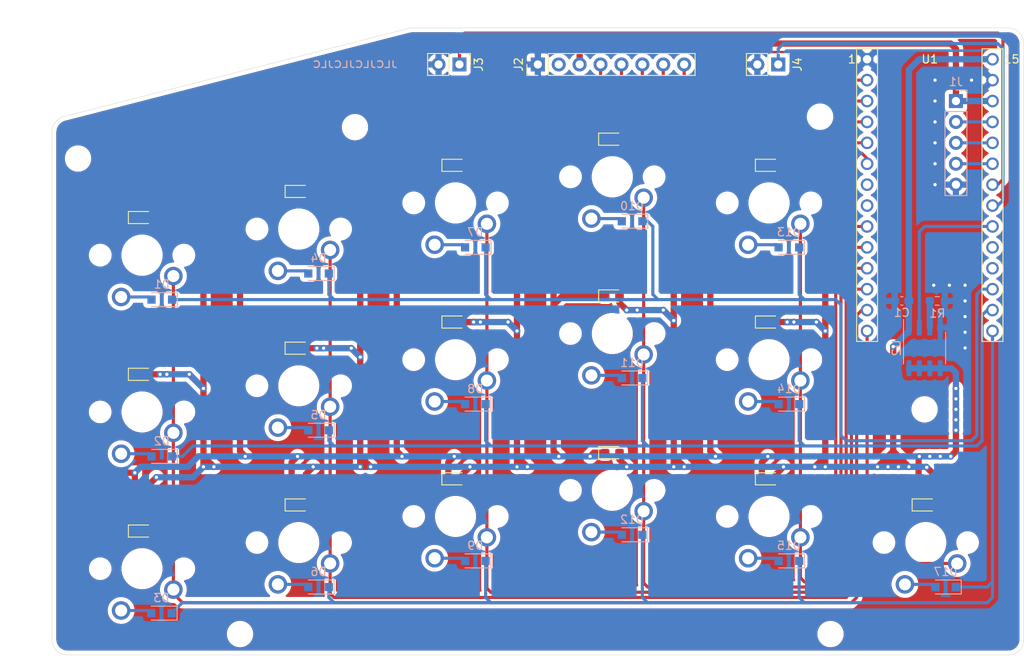
<source format=kicad_pcb>
(kicad_pcb (version 20171130) (host pcbnew "(5.1.9)-1")
  (layers (0 F.Cu signal) (31 B.Cu signal) (34 B.Paste user) (35 F.Paste user) (36 B.SilkS user) (37 F.SilkS user) (38 B.Mask user) (39 F.Mask user) (44 Edge.Cuts user))
  (net 0 "")
  (net 1 +5V)
  (net 2 GND)
  (net 3 THUMB_L3)
  (net 4 THUMB_HORI)
  (net 5 THUMB_VERT)
  (net 6 +3V3)
  (net 7 OLED_CS)
  (net 8 OLED_RST)
  (net 9 OLED_D_C)
  (net 10 OLED_CLK)
  (net 11 OLED_DATA)
  (net 12 "Net-(J2-Pad2)")
  (net 13 /Col[0])
  (net 14 /Row[0])
  (net 15 /Row[1])
  (net 16 /Row[2])
  (net 17 /Col[1])
  (net 18 /Col[2])
  (net 19 /Col[3])
  (net 20 /Col[4])
  (net 21 /Col[5])
  (net 22 "Net-(R1-Pad2)")
  (net 23 "Net-(U1-Pad24)")
  (net 24 "Net-(U1-Pad7)")
  (net 25 "Net-(D1-Pad2)")
  (net 26 "Net-(D2-Pad2)")
  (net 27 "Net-(D3-Pad2)")
  (net 28 "Net-(D4-Pad2)")
  (net 29 "Net-(D5-Pad2)")
  (net 30 "Net-(D6-Pad2)")
  (net 31 "Net-(D7-Pad2)")
  (net 32 "Net-(D8-Pad2)")
  (net 33 "Net-(D9-Pad2)")
  (net 34 "Net-(D10-Pad2)")
  (net 35 "Net-(D11-Pad2)")
  (net 36 "Net-(D12-Pad2)")
  (net 37 "Net-(D13-Pad2)")
  (net 38 "Net-(D14-Pad2)")
  (net 39 "Net-(D15-Pad2)")
  (net 40 "Net-(D17-Pad2)")
  (net 41 MISC_0)
  (net 42 MISC_1)
  (net 43 LED_CAT)
  (net 44 "Net-(U1-Pad8)")
  (net 45 LED_EN)
  (net 46 "Net-(U1-Pad25)")
  (module MountingHole:MountingHole_2.2mm_M2 (layer F.Cu) (at 135.255 78.74)
    (fp_text reference REF** hide)
    (fp_text value MountingHole_2.2mm_M2)
    (pad 1 np_thru_hole circle (at 0 0) (size 2.2 2.2) (drill 2.2) (layers *.Cu *.Mask))
  )
  (module MountingHole:MountingHole_2.2mm_M2 (layer F.Cu) (at 123.825 106.045)
    (fp_text reference REF** hide)
    (fp_text value MountingHole_2.2mm_M2)
    (pad 1 np_thru_hole circle (at 0 0) (size 2.2 2.2) (drill 2.2) (layers *.Cu *.Mask))
  )
  (module MountingHole:MountingHole_2.2mm_M2 (layer F.Cu) (at 52.07 106.045)
    (fp_text reference REF** hide)
    (fp_text value MountingHole_2.2mm_M2)
    (pad 1 np_thru_hole circle (at 0 0) (size 2.2 2.2) (drill 2.2) (layers *.Cu *.Mask))
  )
  (module MountingHole:MountingHole_2.2mm_M2 (layer F.Cu) (at 66.04 44.45)
    (fp_text reference REF** hide)
    (fp_text value MountingHole_2.2mm_M2)
    (pad 1 np_thru_hole circle (at 0 0) (size 2.2 2.2) (drill 2.2) (layers *.Cu *.Mask))
  )
  (module MountingHole:MountingHole_2.2mm_M2 (layer F.Cu) (at 122.555 43.18)
    (fp_text reference REF** hide)
    (fp_text value MountingHole_2.2mm_M2)
    (pad 1 np_thru_hole circle (at 0 0) (size 2.2 2.2) (drill 2.2) (layers *.Cu *.Mask))
  )
  (module MountingHole:MountingHole_2.2mm_M2 (layer F.Cu) (at 32.385 48.26)
    (fp_text reference REF** hide)
    (fp_text value MountingHole_2.2mm_M2)
    (pad 1 np_thru_hole circle (at 0 0) (size 2.2 2.2) (drill 2.2) (layers *.Cu *.Mask))
  )
  (module _MCU_Devboards:Teensy4.0 (layer F.Cu) (at 127 34.925)
    (fp_text reference U1 (at 8.89 1.27) (layer F.SilkS))
    (fp_text value Teensy4.0)
    (fp_text user 1 (at 0 1.27) (layer F.SilkS) (effects (justify right)))
    (fp_text user 15 (at 17.78 1.27) (layer F.SilkS) (effects (justify left)))
    (pad 1 thru_hole circle (at 1.27 1.27) (size 1.524 1.524) (drill 1.016) (layers *.Cu *.Mask) (net 2 GND))
    (pad 2 thru_hole circle (at 1.27 3.81) (size 1.524 1.524) (drill 1.016) (layers *.Cu *.Mask) (net 7 OLED_CS))
    (pad 3 thru_hole circle (at 1.27 6.35) (size 1.524 1.524) (drill 1.016) (layers *.Cu *.Mask) (net 8 OLED_RST))
    (pad 4 thru_hole circle (at 1.27 8.89) (size 1.524 1.524) (drill 1.016) (layers *.Cu *.Mask) (net 9 OLED_D_C))
    (pad 5 thru_hole circle (at 1.27 11.43) (size 1.524 1.524) (drill 1.016) (layers *.Cu *.Mask) (net 10 OLED_CLK))
    (pad 6 thru_hole circle (at 1.27 13.97) (size 1.524 1.524) (drill 1.016) (layers *.Cu *.Mask) (net 11 OLED_DATA))
    (pad 7 thru_hole circle (at 1.27 16.51) (size 1.524 1.524) (drill 1.016) (layers *.Cu *.Mask) (net 24 "Net-(U1-Pad7)"))
    (pad 8 thru_hole circle (at 1.27 19.05) (size 1.524 1.524) (drill 1.016) (layers *.Cu *.Mask) (net 44 "Net-(U1-Pad8)"))
    (pad 9 thru_hole circle (at 1.27 21.59) (size 1.524 1.524) (drill 1.016) (layers *.Cu *.Mask) (net 20 /Col[4]))
    (pad 10 thru_hole circle (at 1.27 24.13) (size 1.524 1.524) (drill 1.016) (layers *.Cu *.Mask) (net 19 /Col[3]))
    (pad 11 thru_hole circle (at 1.27 26.67) (size 1.524 1.524) (drill 1.016) (layers *.Cu *.Mask) (net 18 /Col[2]))
    (pad 12 thru_hole circle (at 1.27 29.21) (size 1.524 1.524) (drill 1.016) (layers *.Cu *.Mask) (net 17 /Col[1]))
    (pad 13 thru_hole circle (at 1.27 31.75) (size 1.524 1.524) (drill 1.016) (layers *.Cu *.Mask) (net 13 /Col[0]))
    (pad 14 thru_hole circle (at 1.27 34.29) (size 1.524 1.524) (drill 1.016) (layers *.Cu *.Mask) (net 21 /Col[5]))
    (pad 15 thru_hole circle (at 16.51 1.27) (size 1.524 1.524) (drill 1.016) (layers *.Cu *.Mask) (net 1 +5V))
    (pad 16 thru_hole circle (at 16.51 3.81) (size 1.524 1.524) (drill 1.016) (layers *.Cu *.Mask) (net 2 GND))
    (pad 17 thru_hole circle (at 16.51 6.35) (size 1.524 1.524) (drill 1.016) (layers *.Cu *.Mask) (net 6 +3V3))
    (pad 18 thru_hole circle (at 16.51 8.89) (size 1.524 1.524) (drill 1.016) (layers *.Cu *.Mask) (net 5 THUMB_VERT))
    (pad 19 thru_hole circle (at 16.51 11.43) (size 1.524 1.524) (drill 1.016) (layers *.Cu *.Mask) (net 4 THUMB_HORI))
    (pad 20 thru_hole circle (at 16.51 13.97) (size 1.524 1.524) (drill 1.016) (layers *.Cu *.Mask) (net 3 THUMB_L3))
    (pad 21 thru_hole circle (at 16.51 16.51) (size 1.524 1.524) (drill 1.016) (layers *.Cu *.Mask) (net 41 MISC_0))
    (pad 22 thru_hole circle (at 16.51 19.05) (size 1.524 1.524) (drill 1.016) (layers *.Cu *.Mask) (net 42 MISC_1))
    (pad 23 thru_hole circle (at 16.51 21.59) (size 1.524 1.524) (drill 1.016) (layers *.Cu *.Mask) (net 45 LED_EN))
    (pad 24 thru_hole circle (at 16.51 24.13) (size 1.524 1.524) (drill 1.016) (layers *.Cu *.Mask) (net 23 "Net-(U1-Pad24)"))
    (pad 25 thru_hole circle (at 16.51 26.67) (size 1.524 1.524) (drill 1.016) (layers *.Cu *.Mask) (net 46 "Net-(U1-Pad25)"))
    (pad 26 thru_hole circle (at 16.51 29.21) (size 1.524 1.524) (drill 1.016) (layers *.Cu *.Mask) (net 14 /Row[0]))
    (pad 27 thru_hole circle (at 16.51 31.75) (size 1.524 1.524) (drill 1.016) (layers *.Cu *.Mask) (net 15 /Row[1]))
    (pad 28 thru_hole circle (at 16.51 34.29) (size 1.524 1.524) (drill 1.016) (layers *.Cu *.Mask) (net 16 /Row[2]))
  )
  (module _MX_Only:MXOnly-1U (layer F.Cu) (at 125.880947 85.403114)
    (fp_text reference MX18)
    (fp_text value MX-LED)
    (pad 3 smd roundrect (at 10.4 4.953) (size 1.05 0.95) (layers F.Cu F.Paste F.Mask) (net 1 +5V))
    (pad 4 smd roundrect (at 8.65 4.953) (size 1.05 0.95) (layers F.Cu F.Paste F.Mask) (net 43 LED_CAT))
    (pad "" np_thru_hole circle (at 4.445 9.525 228.0996) (size 1.75 1.75) (drill 1.75) (layers *.Cu *.Mask))
    (pad "" np_thru_hole circle (at 14.605 9.525 228.0996) (size 1.75 1.75) (drill 1.75) (layers *.Cu *.Mask))
    (pad 1 thru_hole circle (at 13.335 12.065 180) (size 2.25 2.25) (drill 1.47) (layers *.Cu B.Mask) (net 21 /Col[5]))
    (pad "" np_thru_hole circle (at 9.525 9.525 180) (size 3.9878 3.9878) (drill 3.9878) (layers *.Cu *.Mask))
    (pad 2 thru_hole circle (at 6.985 14.605 180) (size 2.25 2.25) (drill 1.47) (layers *.Cu B.Mask) (net 40 "Net-(D17-Pad2)"))
  )
  (module _MX_Only:MXOnly-1U (layer F.Cu) (at 87.783395 60.004746)
    (fp_text reference MX11)
    (fp_text value MX-LED)
    (pad 3 smd roundrect (at 10.4 4.953) (size 1.05 0.95) (layers F.Cu F.Paste F.Mask) (net 1 +5V))
    (pad 4 smd roundrect (at 8.65 4.953) (size 1.05 0.95) (layers F.Cu F.Paste F.Mask) (net 43 LED_CAT))
    (pad "" np_thru_hole circle (at 4.445 9.525 228.0996) (size 1.75 1.75) (drill 1.75) (layers *.Cu *.Mask))
    (pad "" np_thru_hole circle (at 14.605 9.525 228.0996) (size 1.75 1.75) (drill 1.75) (layers *.Cu *.Mask))
    (pad 1 thru_hole circle (at 13.335 12.065 180) (size 2.25 2.25) (drill 1.47) (layers *.Cu B.Mask) (net 19 /Col[3]))
    (pad "" np_thru_hole circle (at 9.525 9.525 180) (size 3.9878 3.9878) (drill 3.9878) (layers *.Cu *.Mask))
    (pad 2 thru_hole circle (at 6.985 14.605 180) (size 2.25 2.25) (drill 1.47) (layers *.Cu B.Mask) (net 35 "Net-(D11-Pad2)"))
  )
  (module Connector_PinHeader_2.54mm:PinHeader_1x05_P2.54mm_Vertical (layer B.Cu) (at 139.065 41.275 180)
    (fp_text reference J1 (at 0 2.33) (layer B.SilkS) (effects (justify mirror)))
    (fp_text value Thumbstick)
    (pad 5 thru_hole oval (at 0 -10.16 180) (size 1.7 1.7) (drill 1) (layers *.Cu *.Mask) (net 2 GND))
    (pad 4 thru_hole oval (at 0 -7.62 180) (size 1.7 1.7) (drill 1) (layers *.Cu *.Mask) (net 3 THUMB_L3))
    (pad 3 thru_hole oval (at 0 -5.08 180) (size 1.7 1.7) (drill 1) (layers *.Cu *.Mask) (net 4 THUMB_HORI))
    (pad 2 thru_hole oval (at 0 -2.54 180) (size 1.7 1.7) (drill 1) (layers *.Cu *.Mask) (net 5 THUMB_VERT))
    (pad 1 thru_hole rect (at 0 0 180) (size 1.7 1.7) (drill 1) (layers *.Cu *.Mask) (net 6 +3V3))
  )
  (module _MX_Only:MXOnly-1U (layer F.Cu) (at 106.832171 82.228318)
    (fp_text reference MX15)
    (fp_text value MX-LED)
    (pad 3 smd roundrect (at 10.4 4.953) (size 1.05 0.95) (layers F.Cu F.Paste F.Mask) (net 1 +5V))
    (pad 4 smd roundrect (at 8.65 4.953) (size 1.05 0.95) (layers F.Cu F.Paste F.Mask) (net 43 LED_CAT))
    (pad "" np_thru_hole circle (at 4.445 9.525 228.0996) (size 1.75 1.75) (drill 1.75) (layers *.Cu *.Mask))
    (pad "" np_thru_hole circle (at 14.605 9.525 228.0996) (size 1.75 1.75) (drill 1.75) (layers *.Cu *.Mask))
    (pad 1 thru_hole circle (at 13.335 12.065 180) (size 2.25 2.25) (drill 1.47) (layers *.Cu B.Mask) (net 20 /Col[4]))
    (pad "" np_thru_hole circle (at 9.525 9.525 180) (size 3.9878 3.9878) (drill 3.9878) (layers *.Cu *.Mask))
    (pad 2 thru_hole circle (at 6.985 14.605 180) (size 2.25 2.25) (drill 1.47) (layers *.Cu B.Mask) (net 39 "Net-(D15-Pad2)"))
  )
  (module _MX_Only:MXOnly-1U (layer F.Cu) (at 106.832171 63.179542)
    (fp_text reference MX14)
    (fp_text value MX-LED)
    (pad 3 smd roundrect (at 10.4 4.953) (size 1.05 0.95) (layers F.Cu F.Paste F.Mask) (net 1 +5V))
    (pad 4 smd roundrect (at 8.65 4.953) (size 1.05 0.95) (layers F.Cu F.Paste F.Mask) (net 43 LED_CAT))
    (pad "" np_thru_hole circle (at 4.445 9.525 228.0996) (size 1.75 1.75) (drill 1.75) (layers *.Cu *.Mask))
    (pad "" np_thru_hole circle (at 14.605 9.525 228.0996) (size 1.75 1.75) (drill 1.75) (layers *.Cu *.Mask))
    (pad 1 thru_hole circle (at 13.335 12.065 180) (size 2.25 2.25) (drill 1.47) (layers *.Cu B.Mask) (net 20 /Col[4]))
    (pad "" np_thru_hole circle (at 9.525 9.525 180) (size 3.9878 3.9878) (drill 3.9878) (layers *.Cu *.Mask))
    (pad 2 thru_hole circle (at 6.985 14.605 180) (size 2.25 2.25) (drill 1.47) (layers *.Cu B.Mask) (net 38 "Net-(D14-Pad2)"))
  )
  (module _MX_Only:MXOnly-1U (layer F.Cu) (at 106.832171 44.130766)
    (fp_text reference MX13)
    (fp_text value MX-LED)
    (pad 3 smd roundrect (at 10.4 4.953) (size 1.05 0.95) (layers F.Cu F.Paste F.Mask) (net 1 +5V))
    (pad 4 smd roundrect (at 8.65 4.953) (size 1.05 0.95) (layers F.Cu F.Paste F.Mask) (net 43 LED_CAT))
    (pad "" np_thru_hole circle (at 4.445 9.525 228.0996) (size 1.75 1.75) (drill 1.75) (layers *.Cu *.Mask))
    (pad "" np_thru_hole circle (at 14.605 9.525 228.0996) (size 1.75 1.75) (drill 1.75) (layers *.Cu *.Mask))
    (pad 1 thru_hole circle (at 13.335 12.065 180) (size 2.25 2.25) (drill 1.47) (layers *.Cu B.Mask) (net 20 /Col[4]))
    (pad "" np_thru_hole circle (at 9.525 9.525 180) (size 3.9878 3.9878) (drill 3.9878) (layers *.Cu *.Mask))
    (pad 2 thru_hole circle (at 6.985 14.605 180) (size 2.25 2.25) (drill 1.47) (layers *.Cu B.Mask) (net 37 "Net-(D13-Pad2)"))
  )
  (module _MX_Only:MXOnly-1U (layer F.Cu) (at 87.783395 79.053522)
    (fp_text reference MX12)
    (fp_text value MX-LED)
    (pad 3 smd roundrect (at 10.4 4.953) (size 1.05 0.95) (layers F.Cu F.Paste F.Mask) (net 1 +5V))
    (pad 4 smd roundrect (at 8.65 4.953) (size 1.05 0.95) (layers F.Cu F.Paste F.Mask) (net 43 LED_CAT))
    (pad "" np_thru_hole circle (at 4.445 9.525 228.0996) (size 1.75 1.75) (drill 1.75) (layers *.Cu *.Mask))
    (pad "" np_thru_hole circle (at 14.605 9.525 228.0996) (size 1.75 1.75) (drill 1.75) (layers *.Cu *.Mask))
    (pad 1 thru_hole circle (at 13.335 12.065 180) (size 2.25 2.25) (drill 1.47) (layers *.Cu B.Mask) (net 19 /Col[3]))
    (pad "" np_thru_hole circle (at 9.525 9.525 180) (size 3.9878 3.9878) (drill 3.9878) (layers *.Cu *.Mask))
    (pad 2 thru_hole circle (at 6.985 14.605 180) (size 2.25 2.25) (drill 1.47) (layers *.Cu B.Mask) (net 36 "Net-(D12-Pad2)"))
  )
  (module _MX_Only:MXOnly-1U (layer F.Cu) (at 87.783395 40.95597)
    (fp_text reference MX10)
    (fp_text value MX-LED)
    (pad 3 smd roundrect (at 10.4 4.953) (size 1.05 0.95) (layers F.Cu F.Paste F.Mask) (net 1 +5V))
    (pad 4 smd roundrect (at 8.65 4.953) (size 1.05 0.95) (layers F.Cu F.Paste F.Mask) (net 43 LED_CAT))
    (pad "" np_thru_hole circle (at 4.445 9.525 228.0996) (size 1.75 1.75) (drill 1.75) (layers *.Cu *.Mask))
    (pad "" np_thru_hole circle (at 14.605 9.525 228.0996) (size 1.75 1.75) (drill 1.75) (layers *.Cu *.Mask))
    (pad 1 thru_hole circle (at 13.335 12.065 180) (size 2.25 2.25) (drill 1.47) (layers *.Cu B.Mask) (net 19 /Col[3]))
    (pad "" np_thru_hole circle (at 9.525 9.525 180) (size 3.9878 3.9878) (drill 3.9878) (layers *.Cu *.Mask))
    (pad 2 thru_hole circle (at 6.985 14.605 180) (size 2.25 2.25) (drill 1.47) (layers *.Cu B.Mask) (net 34 "Net-(D10-Pad2)"))
  )
  (module _MX_Only:MXOnly-1U (layer F.Cu) (at 68.734619 82.228318)
    (fp_text reference MX9)
    (fp_text value MX-LED)
    (pad 3 smd roundrect (at 10.4 4.953) (size 1.05 0.95) (layers F.Cu F.Paste F.Mask) (net 1 +5V))
    (pad 4 smd roundrect (at 8.65 4.953) (size 1.05 0.95) (layers F.Cu F.Paste F.Mask) (net 43 LED_CAT))
    (pad "" np_thru_hole circle (at 4.445 9.525 228.0996) (size 1.75 1.75) (drill 1.75) (layers *.Cu *.Mask))
    (pad "" np_thru_hole circle (at 14.605 9.525 228.0996) (size 1.75 1.75) (drill 1.75) (layers *.Cu *.Mask))
    (pad 1 thru_hole circle (at 13.335 12.065 180) (size 2.25 2.25) (drill 1.47) (layers *.Cu B.Mask) (net 18 /Col[2]))
    (pad "" np_thru_hole circle (at 9.525 9.525 180) (size 3.9878 3.9878) (drill 3.9878) (layers *.Cu *.Mask))
    (pad 2 thru_hole circle (at 6.985 14.605 180) (size 2.25 2.25) (drill 1.47) (layers *.Cu B.Mask) (net 33 "Net-(D9-Pad2)"))
  )
  (module _MX_Only:MXOnly-1U (layer F.Cu) (at 68.734619 63.179542)
    (fp_text reference MX8)
    (fp_text value MX-LED)
    (pad 3 smd roundrect (at 10.4 4.953) (size 1.05 0.95) (layers F.Cu F.Paste F.Mask) (net 1 +5V))
    (pad 4 smd roundrect (at 8.65 4.953) (size 1.05 0.95) (layers F.Cu F.Paste F.Mask) (net 43 LED_CAT))
    (pad "" np_thru_hole circle (at 4.445 9.525 228.0996) (size 1.75 1.75) (drill 1.75) (layers *.Cu *.Mask))
    (pad "" np_thru_hole circle (at 14.605 9.525 228.0996) (size 1.75 1.75) (drill 1.75) (layers *.Cu *.Mask))
    (pad 1 thru_hole circle (at 13.335 12.065 180) (size 2.25 2.25) (drill 1.47) (layers *.Cu B.Mask) (net 18 /Col[2]))
    (pad "" np_thru_hole circle (at 9.525 9.525 180) (size 3.9878 3.9878) (drill 3.9878) (layers *.Cu *.Mask))
    (pad 2 thru_hole circle (at 6.985 14.605 180) (size 2.25 2.25) (drill 1.47) (layers *.Cu B.Mask) (net 32 "Net-(D8-Pad2)"))
  )
  (module _MX_Only:MXOnly-1U (layer F.Cu) (at 68.734619 44.130766)
    (fp_text reference MX7)
    (fp_text value MX-LED)
    (pad 3 smd roundrect (at 10.4 4.953) (size 1.05 0.95) (layers F.Cu F.Paste F.Mask) (net 1 +5V))
    (pad 4 smd roundrect (at 8.65 4.953) (size 1.05 0.95) (layers F.Cu F.Paste F.Mask) (net 43 LED_CAT))
    (pad "" np_thru_hole circle (at 4.445 9.525 228.0996) (size 1.75 1.75) (drill 1.75) (layers *.Cu *.Mask))
    (pad "" np_thru_hole circle (at 14.605 9.525 228.0996) (size 1.75 1.75) (drill 1.75) (layers *.Cu *.Mask))
    (pad 1 thru_hole circle (at 13.335 12.065 180) (size 2.25 2.25) (drill 1.47) (layers *.Cu B.Mask) (net 18 /Col[2]))
    (pad "" np_thru_hole circle (at 9.525 9.525 180) (size 3.9878 3.9878) (drill 3.9878) (layers *.Cu *.Mask))
    (pad 2 thru_hole circle (at 6.985 14.605 180) (size 2.25 2.25) (drill 1.47) (layers *.Cu B.Mask) (net 31 "Net-(D7-Pad2)"))
  )
  (module _MX_Only:MXOnly-1U (layer F.Cu) (at 49.685843 85.403114)
    (fp_text reference MX6)
    (fp_text value MX-LED)
    (pad 3 smd roundrect (at 10.4 4.953) (size 1.05 0.95) (layers F.Cu F.Paste F.Mask) (net 1 +5V))
    (pad 4 smd roundrect (at 8.65 4.953) (size 1.05 0.95) (layers F.Cu F.Paste F.Mask) (net 43 LED_CAT))
    (pad "" np_thru_hole circle (at 4.445 9.525 228.0996) (size 1.75 1.75) (drill 1.75) (layers *.Cu *.Mask))
    (pad "" np_thru_hole circle (at 14.605 9.525 228.0996) (size 1.75 1.75) (drill 1.75) (layers *.Cu *.Mask))
    (pad 1 thru_hole circle (at 13.335 12.065 180) (size 2.25 2.25) (drill 1.47) (layers *.Cu B.Mask) (net 17 /Col[1]))
    (pad "" np_thru_hole circle (at 9.525 9.525 180) (size 3.9878 3.9878) (drill 3.9878) (layers *.Cu *.Mask))
    (pad 2 thru_hole circle (at 6.985 14.605 180) (size 2.25 2.25) (drill 1.47) (layers *.Cu B.Mask) (net 30 "Net-(D6-Pad2)"))
  )
  (module _MX_Only:MXOnly-1U (layer F.Cu) (at 49.685843 66.354338)
    (fp_text reference MX5)
    (fp_text value MX-LED)
    (pad 3 smd roundrect (at 10.4 4.953) (size 1.05 0.95) (layers F.Cu F.Paste F.Mask) (net 1 +5V))
    (pad 4 smd roundrect (at 8.65 4.953) (size 1.05 0.95) (layers F.Cu F.Paste F.Mask) (net 43 LED_CAT))
    (pad "" np_thru_hole circle (at 4.445 9.525 228.0996) (size 1.75 1.75) (drill 1.75) (layers *.Cu *.Mask))
    (pad "" np_thru_hole circle (at 14.605 9.525 228.0996) (size 1.75 1.75) (drill 1.75) (layers *.Cu *.Mask))
    (pad 1 thru_hole circle (at 13.335 12.065 180) (size 2.25 2.25) (drill 1.47) (layers *.Cu B.Mask) (net 17 /Col[1]))
    (pad "" np_thru_hole circle (at 9.525 9.525 180) (size 3.9878 3.9878) (drill 3.9878) (layers *.Cu *.Mask))
    (pad 2 thru_hole circle (at 6.985 14.605 180) (size 2.25 2.25) (drill 1.47) (layers *.Cu B.Mask) (net 29 "Net-(D5-Pad2)"))
  )
  (module _MX_Only:MXOnly-1U (layer F.Cu) (at 49.685843 47.305562)
    (fp_text reference MX4)
    (fp_text value MX-LED)
    (pad 3 smd roundrect (at 10.4 4.953) (size 1.05 0.95) (layers F.Cu F.Paste F.Mask) (net 1 +5V))
    (pad 4 smd roundrect (at 8.65 4.953) (size 1.05 0.95) (layers F.Cu F.Paste F.Mask) (net 43 LED_CAT))
    (pad "" np_thru_hole circle (at 4.445 9.525 228.0996) (size 1.75 1.75) (drill 1.75) (layers *.Cu *.Mask))
    (pad "" np_thru_hole circle (at 14.605 9.525 228.0996) (size 1.75 1.75) (drill 1.75) (layers *.Cu *.Mask))
    (pad 1 thru_hole circle (at 13.335 12.065 180) (size 2.25 2.25) (drill 1.47) (layers *.Cu B.Mask) (net 17 /Col[1]))
    (pad "" np_thru_hole circle (at 9.525 9.525 180) (size 3.9878 3.9878) (drill 3.9878) (layers *.Cu *.Mask))
    (pad 2 thru_hole circle (at 6.985 14.605 180) (size 2.25 2.25) (drill 1.47) (layers *.Cu B.Mask) (net 28 "Net-(D4-Pad2)"))
  )
  (module _MX_Only:MXOnly-1U (layer F.Cu) (at 30.637067 88.57791)
    (fp_text reference MX3)
    (fp_text value MX-LED)
    (pad 3 smd roundrect (at 10.4 4.953) (size 1.05 0.95) (layers F.Cu F.Paste F.Mask) (net 1 +5V))
    (pad 4 smd roundrect (at 8.65 4.953) (size 1.05 0.95) (layers F.Cu F.Paste F.Mask) (net 43 LED_CAT))
    (pad "" np_thru_hole circle (at 4.445 9.525 228.0996) (size 1.75 1.75) (drill 1.75) (layers *.Cu *.Mask))
    (pad "" np_thru_hole circle (at 14.605 9.525 228.0996) (size 1.75 1.75) (drill 1.75) (layers *.Cu *.Mask))
    (pad 1 thru_hole circle (at 13.335 12.065 180) (size 2.25 2.25) (drill 1.47) (layers *.Cu B.Mask) (net 13 /Col[0]))
    (pad "" np_thru_hole circle (at 9.525 9.525 180) (size 3.9878 3.9878) (drill 3.9878) (layers *.Cu *.Mask))
    (pad 2 thru_hole circle (at 6.985 14.605 180) (size 2.25 2.25) (drill 1.47) (layers *.Cu B.Mask) (net 27 "Net-(D3-Pad2)"))
  )
  (module _MX_Only:MXOnly-1U (layer F.Cu) (at 30.637067 69.529134)
    (fp_text reference MX2)
    (fp_text value MX-LED)
    (pad 3 smd roundrect (at 10.4 4.953) (size 1.05 0.95) (layers F.Cu F.Paste F.Mask) (net 1 +5V))
    (pad 4 smd roundrect (at 8.65 4.953) (size 1.05 0.95) (layers F.Cu F.Paste F.Mask) (net 43 LED_CAT))
    (pad "" np_thru_hole circle (at 4.445 9.525 228.0996) (size 1.75 1.75) (drill 1.75) (layers *.Cu *.Mask))
    (pad "" np_thru_hole circle (at 14.605 9.525 228.0996) (size 1.75 1.75) (drill 1.75) (layers *.Cu *.Mask))
    (pad 1 thru_hole circle (at 13.335 12.065 180) (size 2.25 2.25) (drill 1.47) (layers *.Cu B.Mask) (net 13 /Col[0]))
    (pad "" np_thru_hole circle (at 9.525 9.525 180) (size 3.9878 3.9878) (drill 3.9878) (layers *.Cu *.Mask))
    (pad 2 thru_hole circle (at 6.985 14.605 180) (size 2.25 2.25) (drill 1.47) (layers *.Cu B.Mask) (net 26 "Net-(D2-Pad2)"))
  )
  (module _MX_Only:MXOnly-1U (layer F.Cu) (at 30.637067 50.480358)
    (fp_text reference MX1)
    (fp_text value MX-LED)
    (pad 3 smd roundrect (at 10.4 4.953) (size 1.05 0.95) (layers F.Cu F.Paste F.Mask) (net 1 +5V))
    (pad 4 smd roundrect (at 8.65 4.953) (size 1.05 0.95) (layers F.Cu F.Paste F.Mask) (net 43 LED_CAT))
    (pad "" np_thru_hole circle (at 4.445 9.525 228.0996) (size 1.75 1.75) (drill 1.75) (layers *.Cu *.Mask))
    (pad "" np_thru_hole circle (at 14.605 9.525 228.0996) (size 1.75 1.75) (drill 1.75) (layers *.Cu *.Mask))
    (pad 1 thru_hole circle (at 13.335 12.065 180) (size 2.25 2.25) (drill 1.47) (layers *.Cu B.Mask) (net 13 /Col[0]))
    (pad "" np_thru_hole circle (at 9.525 9.525 180) (size 3.9878 3.9878) (drill 3.9878) (layers *.Cu *.Mask))
    (pad 2 thru_hole circle (at 6.985 14.605 180) (size 2.25 2.25) (drill 1.47) (layers *.Cu B.Mask) (net 25 "Net-(D1-Pad2)"))
  )
  (module Connector_PinHeader_2.54mm:PinHeader_1x02_P2.54mm_Vertical (layer F.Cu) (at 117.475 36.83 270)
    (fp_text reference J4 (at 0 -2.33 90) (layer F.SilkS))
    (fp_text value Conn_01x02)
    (pad 2 thru_hole oval (at 0 2.54 270) (size 1.7 1.7) (drill 1) (layers *.Cu *.Mask) (net 2 GND))
    (pad 1 thru_hole rect (at 0 0 270) (size 1.7 1.7) (drill 1) (layers *.Cu *.Mask) (net 42 MISC_1))
  )
  (module Connector_PinHeader_2.54mm:PinHeader_1x02_P2.54mm_Vertical (layer F.Cu) (at 78.735308 36.829388 270)
    (fp_text reference J3 (at 0 -2.33 90) (layer F.SilkS))
    (fp_text value Conn_01x02)
    (pad 2 thru_hole oval (at 0 2.54 270) (size 1.7 1.7) (drill 1) (layers *.Cu *.Mask) (net 2 GND))
    (pad 1 thru_hole rect (at 0 0 270) (size 1.7 1.7) (drill 1) (layers *.Cu *.Mask) (net 41 MISC_0))
  )
  (module Diode_SMD:D_SOD-323_HandSoldering (layer B.Cu) (at 137.815 100.33 180)
    (fp_text reference D17 (at 0 1.85) (layer B.SilkS) (effects (justify mirror)))
    (fp_text value D)
    (pad 2 smd rect (at 1.25 0 180) (size 1 1) (layers B.Cu B.Paste B.Mask) (net 40 "Net-(D17-Pad2)"))
    (pad 1 smd rect (at -1.25 0 180) (size 1 1) (layers B.Cu B.Paste B.Mask) (net 16 /Row[2]))
  )
  (module Diode_SMD:D_SOD-323_HandSoldering (layer B.Cu) (at 118.765 97.155 180)
    (fp_text reference D15 (at 0 1.85) (layer B.SilkS) (effects (justify mirror)))
    (fp_text value D)
    (pad 2 smd rect (at 1.25 0 180) (size 1 1) (layers B.Cu B.Paste B.Mask) (net 39 "Net-(D15-Pad2)"))
    (pad 1 smd rect (at -1.25 0 180) (size 1 1) (layers B.Cu B.Paste B.Mask) (net 16 /Row[2]))
  )
  (module Diode_SMD:D_SOD-323_HandSoldering (layer B.Cu) (at 118.765 78.105 180)
    (fp_text reference D14 (at 0 1.85) (layer B.SilkS) (effects (justify mirror)))
    (fp_text value D)
    (pad 2 smd rect (at 1.25 0 180) (size 1 1) (layers B.Cu B.Paste B.Mask) (net 38 "Net-(D14-Pad2)"))
    (pad 1 smd rect (at -1.25 0 180) (size 1 1) (layers B.Cu B.Paste B.Mask) (net 15 /Row[1]))
  )
  (module Diode_SMD:D_SOD-323_HandSoldering (layer B.Cu) (at 118.765 59.055 180)
    (fp_text reference D13 (at 0 1.85) (layer B.SilkS) (effects (justify mirror)))
    (fp_text value D)
    (pad 2 smd rect (at 1.25 0 180) (size 1 1) (layers B.Cu B.Paste B.Mask) (net 37 "Net-(D13-Pad2)"))
    (pad 1 smd rect (at -1.25 0 180) (size 1 1) (layers B.Cu B.Paste B.Mask) (net 14 /Row[0]))
  )
  (module Diode_SMD:D_SOD-323_HandSoldering (layer B.Cu) (at 99.715 93.98 180)
    (fp_text reference D12 (at 0 1.85) (layer B.SilkS) (effects (justify mirror)))
    (fp_text value D)
    (pad 2 smd rect (at 1.25 0 180) (size 1 1) (layers B.Cu B.Paste B.Mask) (net 36 "Net-(D12-Pad2)"))
    (pad 1 smd rect (at -1.25 0 180) (size 1 1) (layers B.Cu B.Paste B.Mask) (net 16 /Row[2]))
  )
  (module Diode_SMD:D_SOD-323_HandSoldering (layer B.Cu) (at 99.715 74.93 180)
    (fp_text reference D11 (at 0 1.85) (layer B.SilkS) (effects (justify mirror)))
    (fp_text value D)
    (pad 2 smd rect (at 1.25 0 180) (size 1 1) (layers B.Cu B.Paste B.Mask) (net 35 "Net-(D11-Pad2)"))
    (pad 1 smd rect (at -1.25 0 180) (size 1 1) (layers B.Cu B.Paste B.Mask) (net 15 /Row[1]))
  )
  (module Diode_SMD:D_SOD-323_HandSoldering (layer B.Cu) (at 99.715 55.88 180)
    (fp_text reference D10 (at 0 1.85) (layer B.SilkS) (effects (justify mirror)))
    (fp_text value D)
    (pad 2 smd rect (at 1.25 0 180) (size 1 1) (layers B.Cu B.Paste B.Mask) (net 34 "Net-(D10-Pad2)"))
    (pad 1 smd rect (at -1.25 0 180) (size 1 1) (layers B.Cu B.Paste B.Mask) (net 14 /Row[0]))
  )
  (module Diode_SMD:D_SOD-323_HandSoldering (layer B.Cu) (at 80.665 97.155 180)
    (fp_text reference D9 (at 0 1.85) (layer B.SilkS) (effects (justify mirror)))
    (fp_text value D)
    (pad 2 smd rect (at 1.25 0 180) (size 1 1) (layers B.Cu B.Paste B.Mask) (net 33 "Net-(D9-Pad2)"))
    (pad 1 smd rect (at -1.25 0 180) (size 1 1) (layers B.Cu B.Paste B.Mask) (net 16 /Row[2]))
  )
  (module Diode_SMD:D_SOD-323_HandSoldering (layer B.Cu) (at 80.665 78.105 180)
    (fp_text reference D8 (at 0 1.85) (layer B.SilkS) (effects (justify mirror)))
    (fp_text value D)
    (pad 2 smd rect (at 1.25 0 180) (size 1 1) (layers B.Cu B.Paste B.Mask) (net 32 "Net-(D8-Pad2)"))
    (pad 1 smd rect (at -1.25 0 180) (size 1 1) (layers B.Cu B.Paste B.Mask) (net 15 /Row[1]))
  )
  (module Diode_SMD:D_SOD-323_HandSoldering (layer B.Cu) (at 80.665 59.055 180)
    (fp_text reference D7 (at 0 1.85) (layer B.SilkS) (effects (justify mirror)))
    (fp_text value D)
    (pad 2 smd rect (at 1.25 0 180) (size 1 1) (layers B.Cu B.Paste B.Mask) (net 31 "Net-(D7-Pad2)"))
    (pad 1 smd rect (at -1.25 0 180) (size 1 1) (layers B.Cu B.Paste B.Mask) (net 14 /Row[0]))
  )
  (module Diode_SMD:D_SOD-323_HandSoldering (layer B.Cu) (at 61.615 100.33 180)
    (fp_text reference D6 (at 0 1.85) (layer B.SilkS) (effects (justify mirror)))
    (fp_text value D)
    (pad 2 smd rect (at 1.25 0 180) (size 1 1) (layers B.Cu B.Paste B.Mask) (net 30 "Net-(D6-Pad2)"))
    (pad 1 smd rect (at -1.25 0 180) (size 1 1) (layers B.Cu B.Paste B.Mask) (net 16 /Row[2]))
  )
  (module Diode_SMD:D_SOD-323_HandSoldering (layer B.Cu) (at 61.615 81.28 180)
    (fp_text reference D5 (at 0 1.85) (layer B.SilkS) (effects (justify mirror)))
    (fp_text value D)
    (pad 2 smd rect (at 1.25 0 180) (size 1 1) (layers B.Cu B.Paste B.Mask) (net 29 "Net-(D5-Pad2)"))
    (pad 1 smd rect (at -1.25 0 180) (size 1 1) (layers B.Cu B.Paste B.Mask) (net 15 /Row[1]))
  )
  (module Diode_SMD:D_SOD-323_HandSoldering (layer B.Cu) (at 61.615 62.23 180)
    (fp_text reference D4 (at 0 1.85) (layer B.SilkS) (effects (justify mirror)))
    (fp_text value D)
    (pad 2 smd rect (at 1.25 0 180) (size 1 1) (layers B.Cu B.Paste B.Mask) (net 28 "Net-(D4-Pad2)"))
    (pad 1 smd rect (at -1.25 0 180) (size 1 1) (layers B.Cu B.Paste B.Mask) (net 14 /Row[0]))
  )
  (module Diode_SMD:D_SOD-323_HandSoldering (layer B.Cu) (at 42.525 103.505 180)
    (fp_text reference D3 (at 0 1.85) (layer B.SilkS) (effects (justify mirror)))
    (fp_text value D)
    (pad 2 smd rect (at 1.25 0 180) (size 1 1) (layers B.Cu B.Paste B.Mask) (net 27 "Net-(D3-Pad2)"))
    (pad 1 smd rect (at -1.25 0 180) (size 1 1) (layers B.Cu B.Paste B.Mask) (net 16 /Row[2]))
  )
  (module Diode_SMD:D_SOD-323_HandSoldering (layer B.Cu) (at 42.565 84.455 180)
    (fp_text reference D2 (at 0 1.85) (layer B.SilkS) (effects (justify mirror)))
    (fp_text value D)
    (pad 2 smd rect (at 1.25 0 180) (size 1 1) (layers B.Cu B.Paste B.Mask) (net 26 "Net-(D2-Pad2)"))
    (pad 1 smd rect (at -1.25 0 180) (size 1 1) (layers B.Cu B.Paste B.Mask) (net 15 /Row[1]))
  )
  (module Diode_SMD:D_SOD-323_HandSoldering (layer B.Cu) (at 42.565 65.405 180)
    (fp_text reference D1 (at 0 1.85) (layer B.SilkS) (effects (justify mirror)))
    (fp_text value D)
    (pad 2 smd rect (at 1.25 0 180) (size 1 1) (layers B.Cu B.Paste B.Mask) (net 25 "Net-(D1-Pad2)"))
    (pad 1 smd rect (at -1.25 0 180) (size 1 1) (layers B.Cu B.Paste B.Mask) (net 14 /Row[0]))
  )
  (module Package_SO:SOIC-8_3.9x4.9mm_P1.27mm (layer B.Cu) (at 135.255 71.275027 270)
    (fp_text reference U2 (at 0 3.4 90) (layer B.SilkS) (effects (justify mirror)))
    (fp_text value MIC4801)
    (pad 8 smd roundrect (at 2.475 1.905 270) (size 1.95 0.6) (layers B.Cu B.Paste B.Mask) (net 43 LED_CAT))
    (pad 7 smd roundrect (at 2.475 0.635 270) (size 1.95 0.6) (layers B.Cu B.Paste B.Mask) (net 43 LED_CAT))
    (pad 6 smd roundrect (at 2.475 -0.635 270) (size 1.95 0.6) (layers B.Cu B.Paste B.Mask) (net 43 LED_CAT))
    (pad 5 smd roundrect (at 2.475 -1.905 270) (size 1.95 0.6) (layers B.Cu B.Paste B.Mask) (net 43 LED_CAT))
    (pad 4 smd roundrect (at -2.475 -1.905 270) (size 1.95 0.6) (layers B.Cu B.Paste B.Mask) (net 2 GND))
    (pad 3 smd roundrect (at -2.475 -0.635 270) (size 1.95 0.6) (layers B.Cu B.Paste B.Mask) (net 22 "Net-(R1-Pad2)"))
    (pad 2 smd roundrect (at -2.475 0.635 270) (size 1.95 0.6) (layers B.Cu B.Paste B.Mask) (net 45 LED_EN))
    (pad 1 smd roundrect (at -2.475 1.905 270) (size 1.95 0.6) (layers B.Cu B.Paste B.Mask) (net 1 +5V))
  )
  (module Resistor_SMD:R_0603_1608Metric_Pad0.98x0.95mm_HandSolder (layer B.Cu) (at 136.8025 65.563903 180)
    (fp_text reference R1 (at 0 -1.524) (layer B.SilkS) (effects (justify mirror)))
    (fp_text value 16k)
    (pad 2 smd roundrect (at 0.9125 0 180) (size 0.975 0.95) (layers B.Cu B.Paste B.Mask) (net 22 "Net-(R1-Pad2)"))
    (pad 1 smd roundrect (at -0.9125 0 180) (size 0.975 0.95) (layers B.Cu B.Paste B.Mask) (net 2 GND))
  )
  (module Connector_PinHeader_2.54mm:PinHeader_1x08_P2.54mm_Vertical (layer F.Cu) (at 88.259696 36.829388 90)
    (fp_text reference J2 (at 0 -2.33 90) (layer F.SilkS))
    (fp_text value OLED)
    (pad 8 thru_hole oval (at 0 17.78 90) (size 1.7 1.7) (drill 1) (layers *.Cu *.Mask) (net 7 OLED_CS))
    (pad 7 thru_hole oval (at 0 15.24 90) (size 1.7 1.7) (drill 1) (layers *.Cu *.Mask) (net 8 OLED_RST))
    (pad 6 thru_hole oval (at 0 12.7 90) (size 1.7 1.7) (drill 1) (layers *.Cu *.Mask) (net 9 OLED_D_C))
    (pad 5 thru_hole oval (at 0 10.16 90) (size 1.7 1.7) (drill 1) (layers *.Cu *.Mask) (net 10 OLED_CLK))
    (pad 4 thru_hole oval (at 0 7.62 90) (size 1.7 1.7) (drill 1) (layers *.Cu *.Mask) (net 11 OLED_DATA))
    (pad 3 thru_hole oval (at 0 5.08 90) (size 1.7 1.7) (drill 1) (layers *.Cu *.Mask) (net 6 +3V3))
    (pad 2 thru_hole oval (at 0 2.54 90) (size 1.7 1.7) (drill 1) (layers *.Cu *.Mask) (net 12 "Net-(J2-Pad2)"))
    (pad 1 thru_hole rect (at 0 0 90) (size 1.7 1.7) (drill 1) (layers *.Cu *.Mask) (net 2 GND))
  )
  (module Capacitor_SMD:C_0603_1608Metric_Pad1.08x0.95mm_HandSolder (layer B.Cu) (at 132.4875 65.563903)
    (fp_text reference C1 (at 0 1.43) (layer B.SilkS) (effects (justify mirror)))
    (fp_text value 2.2u)
    (pad 2 smd roundrect (at 0.8625 0) (size 1.075 0.95) (layers B.Cu B.Paste B.Mask) (net 1 +5V))
    (pad 1 smd roundrect (at -0.8625 0) (size 1.075 0.95) (layers B.Cu B.Paste B.Mask) (net 2 GND))
  )
  (gr_line (start 73.025 32.385) (end 145.415 32.385) (layer Edge.Cuts) (width 0.05))
  (gr_line (start 29.21 46.99) (end 29.21 45.085) (layer Edge.Cuts) (width 0.05))
  (gr_arc (start 31.218046 45.085) (end 30.583046 43.18) (angle -71.56505118) (layer Edge.Cuts) (width 0.05))
  (gr_line (start 72.422586 32.482758) (end 30.583046 43.18) (layer Edge.Cuts) (width 0.05))
  (gr_arc (start 73.025 34.29) (end 73.025 32.385) (angle -18.43494882) (layer Edge.Cuts) (width 0.05))
  (gr_line (start 147.32 106.68) (end 147.32 34.29) (layer Edge.Cuts) (width 0.05))
  (gr_arc (start 145.415 106.68) (end 145.415 108.585) (angle -90) (layer Edge.Cuts) (width 0.05))
  (gr_line (start 31.115 108.585) (end 145.415 108.585) (layer Edge.Cuts) (width 0.05))
  (gr_arc (start 31.115 106.68) (end 29.21 106.68) (angle -90) (layer Edge.Cuts) (width 0.05))
  (gr_arc (start 145.415 34.29) (end 147.32 34.29) (angle -90) (layer Edge.Cuts) (width 0.05))
  (gr_text JLCJLCJLCJLC (at 66.04 36.83) (layer B.SilkS) (effects (font (size 0.8 1)) (justify mirror)))
  (gr_line (start 29.21 46.99) (end 29.21 106.68) (layer Edge.Cuts) (width 0.05))
  (segment (start 133.35 65.563903) (end 133.35 68.800027) (width 0.762) (layer B.Cu) (net 1))
  (segment (start 133.35 65.563903) (end 133.35 37.465) (width 0.762) (layer B.Cu) (net 1))
  (segment (start 134.62 36.195) (end 143.51 36.195) (width 0.762) (layer B.Cu) (net 1))
  (segment (start 133.35 37.465) (end 134.62 36.195) (width 0.762) (layer B.Cu) (net 1))
  (via (at 41.91 86.995) (size 0.8) (drill 0.4) (layers F.Cu B.Cu) (net 1))
  (segment (start 41.037067 87.867933) (end 41.91 86.995) (width 0.762) (layer F.Cu) (net 1))
  (segment (start 41.037067 93.53091) (end 41.037067 87.867933) (width 0.762) (layer F.Cu) (net 1))
  (segment (start 41.91 86.995) (end 46.355 86.995) (width 0.762) (layer B.Cu) (net 1))
  (segment (start 46.355 86.995) (end 47.625 85.725) (width 0.762) (layer B.Cu) (net 1))
  (via (at 60.96 85.725) (size 0.8) (drill 0.4) (layers F.Cu B.Cu) (net 1))
  (segment (start 60.085843 90.356114) (end 60.085843 86.599157) (width 0.762) (layer F.Cu) (net 1))
  (segment (start 60.085843 86.599157) (end 60.96 85.725) (width 0.762) (layer F.Cu) (net 1))
  (via (at 80.01 85.725) (size 0.8) (drill 0.4) (layers F.Cu B.Cu) (net 1))
  (segment (start 79.134619 86.600381) (end 80.01 85.725) (width 0.762) (layer F.Cu) (net 1))
  (segment (start 79.134619 87.181318) (end 79.134619 86.600381) (width 0.762) (layer F.Cu) (net 1))
  (via (at 99.06 85.725) (size 0.8) (drill 0.4) (layers F.Cu B.Cu) (net 1))
  (segment (start 98.183395 84.848395) (end 99.06 85.725) (width 0.762) (layer F.Cu) (net 1))
  (segment (start 98.183395 84.006522) (end 98.183395 84.848395) (width 0.762) (layer F.Cu) (net 1))
  (via (at 118.11 85.725) (size 0.8) (drill 0.4) (layers F.Cu B.Cu) (net 1))
  (segment (start 117.232171 87.181318) (end 117.232171 86.602829) (width 0.762) (layer F.Cu) (net 1))
  (segment (start 117.232171 86.602829) (end 118.11 85.725) (width 0.762) (layer F.Cu) (net 1))
  (via (at 47.625 85.725) (size 0.8) (drill 0.4) (layers F.Cu B.Cu) (net 1))
  (segment (start 46.543358 55.433358) (end 41.037067 55.433358) (width 0.762) (layer F.Cu) (net 1))
  (segment (start 47.625 56.515) (end 46.543358 55.433358) (width 0.762) (layer F.Cu) (net 1))
  (segment (start 47.625 76.2) (end 47.625 56.515) (width 0.762) (layer F.Cu) (net 1))
  (segment (start 41.037067 74.482134) (end 42.357866 74.482134) (width 0.762) (layer F.Cu) (net 1))
  (segment (start 43.18 74.482134) (end 43.18 74.482134) (width 0.762) (layer F.Cu) (net 1))
  (via (at 43.18 74.482134) (size 0.8) (drill 0.4) (layers F.Cu B.Cu) (net 1))
  (via (at 42.357866 74.482134) (size 0.8) (drill 0.4) (layers F.Cu B.Cu) (net 1))
  (segment (start 45.907134 74.482134) (end 45.907134 74.482134) (width 0.762) (layer B.Cu) (net 1))
  (segment (start 43.18 74.482134) (end 45.907134 74.482134) (width 0.762) (layer B.Cu) (net 1))
  (segment (start 47.625 76.2) (end 47.625 76.2) (width 0.762) (layer F.Cu) (net 1))
  (via (at 47.625 76.2) (size 0.8) (drill 0.4) (layers F.Cu B.Cu) (net 1))
  (segment (start 45.907134 74.482134) (end 46.355 74.93) (width 0.762) (layer B.Cu) (net 1))
  (via (at 45.907134 74.482134) (size 0.8) (drill 0.4) (layers F.Cu B.Cu) (net 1))
  (segment (start 49.53 85.725) (end 48.895 85.725) (width 0.762) (layer B.Cu) (net 1))
  (via (at 48.895 85.725) (size 0.8) (drill 0.4) (layers F.Cu B.Cu) (net 1))
  (segment (start 47.625 85.725) (end 49.53 85.725) (width 0.762) (layer B.Cu) (net 1))
  (segment (start 49.53 85.725) (end 60.96 85.725) (width 0.762) (layer B.Cu) (net 1))
  (segment (start 47.625 84.455) (end 47.625 76.2) (width 0.762) (layer F.Cu) (net 1))
  (segment (start 48.895 85.725) (end 47.625 84.455) (width 0.762) (layer F.Cu) (net 1))
  (segment (start 47.625 85.725) (end 47.625 84.455) (width 0.762) (layer F.Cu) (net 1))
  (segment (start 47.625 85.725) (end 48.895 85.725) (width 0.762) (layer F.Cu) (net 1))
  (segment (start 60.085843 52.258562) (end 65.593562 52.258562) (width 0.762) (layer F.Cu) (net 1))
  (segment (start 65.593562 52.258562) (end 66.675 53.34) (width 0.762) (layer F.Cu) (net 1))
  (via (at 67.945 85.725) (size 0.8) (drill 0.4) (layers F.Cu B.Cu) (net 1))
  (segment (start 66.675 84.455) (end 67.945 85.725) (width 0.762) (layer F.Cu) (net 1))
  (segment (start 67.945 85.725) (end 80.01 85.725) (width 0.762) (layer B.Cu) (net 1))
  (via (at 66.675 85.725) (size 0.8) (drill 0.4) (layers F.Cu B.Cu) (net 1))
  (segment (start 66.675 84.455) (end 66.675 85.725) (width 0.762) (layer F.Cu) (net 1))
  (segment (start 60.96 85.725) (end 66.675 85.725) (width 0.762) (layer B.Cu) (net 1))
  (segment (start 60.085843 71.307338) (end 61.407662 71.307338) (width 0.762) (layer F.Cu) (net 1))
  (segment (start 62.23 71.307338) (end 62.23 71.307338) (width 0.762) (layer F.Cu) (net 1))
  (via (at 62.23 71.307338) (size 0.8) (drill 0.4) (layers F.Cu B.Cu) (net 1))
  (segment (start 61.407662 71.307338) (end 62.23 71.307338) (width 0.762) (layer F.Cu) (net 1))
  (via (at 61.407662 71.307338) (size 0.8) (drill 0.4) (layers F.Cu B.Cu) (net 1))
  (via (at 66.675 72.39) (size 0.8) (drill 0.4) (layers F.Cu B.Cu) (net 1))
  (segment (start 61.407662 71.307338) (end 65.592338 71.307338) (width 0.762) (layer B.Cu) (net 1))
  (segment (start 66.675 72.39) (end 66.675 84.455) (width 0.762) (layer F.Cu) (net 1))
  (segment (start 66.675 53.34) (end 66.675 72.39) (width 0.762) (layer F.Cu) (net 1))
  (via (at 65.592338 71.307338) (size 0.8) (drill 0.4) (layers F.Cu B.Cu) (net 1))
  (segment (start 79.134619 68.132542) (end 81.28 68.132542) (width 0.762) (layer F.Cu) (net 1))
  (via (at 81.279119 68.132542) (size 0.8) (drill 0.4) (layers F.Cu B.Cu) (net 1))
  (via (at 85.725 69.215) (size 0.8) (drill 0.4) (layers F.Cu B.Cu) (net 1))
  (segment (start 84.642542 68.132542) (end 85.725 69.215) (width 0.762) (layer B.Cu) (net 1))
  (segment (start 81.279119 68.132542) (end 84.642542 68.132542) (width 0.762) (layer B.Cu) (net 1))
  (via (at 85.725 85.725) (size 0.8) (drill 0.4) (layers F.Cu B.Cu) (net 1))
  (segment (start 80.01 85.725) (end 85.725 85.725) (width 0.762) (layer B.Cu) (net 1))
  (via (at 86.995 85.725) (size 0.8) (drill 0.4) (layers F.Cu B.Cu) (net 1))
  (segment (start 85.725 84.455) (end 86.995 85.725) (width 0.762) (layer F.Cu) (net 1))
  (segment (start 86.995 85.725) (end 99.06 85.725) (width 0.762) (layer B.Cu) (net 1))
  (segment (start 85.725 69.215) (end 85.725 84.455) (width 0.762) (layer F.Cu) (net 1))
  (segment (start 85.725 84.455) (end 85.725 85.725) (width 0.762) (layer F.Cu) (net 1))
  (via (at 80.457458 68.132542) (size 0.8) (drill 0.4) (layers F.Cu B.Cu) (net 1))
  (segment (start 81.279119 68.132542) (end 80.457458 68.132542) (width 0.762) (layer B.Cu) (net 1))
  (segment (start 80.457458 68.132542) (end 81.279119 68.132542) (width 0.762) (layer F.Cu) (net 1))
  (segment (start 79.134619 68.132542) (end 80.457458 68.132542) (width 0.762) (layer F.Cu) (net 1))
  (via (at 84.642542 68.132542) (size 0.8) (drill 0.4) (layers F.Cu B.Cu) (net 1))
  (segment (start 85.725 69.215) (end 84.642542 68.132542) (width 0.762) (layer F.Cu) (net 1))
  (segment (start 84.266234 49.083766) (end 79.134619 49.083766) (width 0.762) (layer F.Cu) (net 1))
  (segment (start 85.725 50.542532) (end 84.266234 49.083766) (width 0.762) (layer F.Cu) (net 1))
  (segment (start 85.725 69.215) (end 85.725 50.542532) (width 0.762) (layer F.Cu) (net 1))
  (segment (start 98.183395 45.90897) (end 103.69397 45.90897) (width 0.762) (layer F.Cu) (net 1))
  (segment (start 103.69397 45.90897) (end 104.775 46.99) (width 0.762) (layer F.Cu) (net 1))
  (via (at 106.045 85.725) (size 0.8) (drill 0.4) (layers F.Cu B.Cu) (net 1))
  (segment (start 104.775 84.455) (end 106.045 85.725) (width 0.762) (layer F.Cu) (net 1))
  (segment (start 106.045 85.725) (end 118.11 85.725) (width 0.762) (layer B.Cu) (net 1))
  (via (at 104.775 85.725) (size 0.8) (drill 0.4) (layers F.Cu B.Cu) (net 1))
  (segment (start 104.775 84.455) (end 104.775 85.725) (width 0.762) (layer F.Cu) (net 1))
  (segment (start 99.06 85.725) (end 104.775 85.725) (width 0.762) (layer B.Cu) (net 1))
  (segment (start 98.183395 64.957746) (end 98.237254 64.957746) (width 0.762) (layer F.Cu) (net 1))
  (segment (start 98.183395 64.957746) (end 98.183395 65.798395) (width 0.762) (layer F.Cu) (net 1))
  (via (at 100.327895 66.675) (size 0.8) (drill 0.4) (layers F.Cu B.Cu) (net 1))
  (segment (start 99.06 66.675) (end 100.327895 66.675) (width 0.762) (layer F.Cu) (net 1))
  (segment (start 98.183395 65.798395) (end 99.06 66.675) (width 0.762) (layer F.Cu) (net 1))
  (via (at 104.775 67.945) (size 0.8) (drill 0.4) (layers F.Cu B.Cu) (net 1))
  (segment (start 103.505 66.675) (end 104.775 67.945) (width 0.762) (layer B.Cu) (net 1))
  (segment (start 104.775 67.945) (end 104.775 84.455) (width 0.762) (layer F.Cu) (net 1))
  (segment (start 100.327895 66.675) (end 103.505 66.675) (width 0.762) (layer B.Cu) (net 1))
  (segment (start 104.775 46.99) (end 104.775 67.945) (width 0.762) (layer F.Cu) (net 1))
  (via (at 103.505 66.675) (size 0.8) (drill 0.4) (layers F.Cu B.Cu) (net 1))
  (segment (start 104.775 67.945) (end 103.505 66.675) (width 0.762) (layer F.Cu) (net 1))
  (via (at 99.06 66.675) (size 0.8) (drill 0.4) (layers F.Cu B.Cu) (net 1))
  (segment (start 100.327895 66.675) (end 99.06 66.675) (width 0.762) (layer B.Cu) (net 1))
  (via (at 123.19 85.725) (size 0.8) (drill 0.4) (layers F.Cu B.Cu) (net 1))
  (segment (start 123.19 84.455) (end 121.92 85.725) (width 0.762) (layer F.Cu) (net 1))
  (via (at 121.92 85.725) (size 0.8) (drill 0.4) (layers F.Cu B.Cu) (net 1))
  (segment (start 118.11 85.725) (end 121.92 85.725) (width 0.762) (layer B.Cu) (net 1))
  (segment (start 123.19 84.455) (end 123.19 85.725) (width 0.762) (layer F.Cu) (net 1))
  (segment (start 123.19 83.185) (end 123.19 83.492671) (width 0.762) (layer F.Cu) (net 1))
  (segment (start 123.19 83.185) (end 123.19 84.455) (width 0.762) (layer F.Cu) (net 1))
  (segment (start 121.92 85.725) (end 123.19 85.725) (width 0.762) (layer F.Cu) (net 1))
  (segment (start 136.280947 90.356114) (end 136.280947 86.552672) (width 0.762) (layer F.Cu) (net 1))
  (via (at 135.511947 85.783672) (size 0.8) (drill 0.4) (layers F.Cu B.Cu) (net 1))
  (segment (start 135.453275 85.725) (end 135.511947 85.783672) (width 0.762) (layer B.Cu) (net 1))
  (segment (start 135.511947 85.783672) (end 136.280947 86.552672) (width 0.762) (layer F.Cu) (net 1))
  (via (at 131.445 71.12) (size 0.8) (drill 0.4) (layers F.Cu B.Cu) (net 1))
  (segment (start 133.35 69.215) (end 131.445 71.12) (width 0.762) (layer B.Cu) (net 1))
  (segment (start 133.35 68.800027) (end 133.35 69.215) (width 0.762) (layer B.Cu) (net 1))
  (segment (start 130.175 85.725) (end 130.81 85.725) (width 0.762) (layer B.Cu) (net 1))
  (segment (start 131.445 85.725) (end 132.08 85.725) (width 0.762) (layer B.Cu) (net 1))
  (segment (start 128.905 85.725) (end 129.54 85.725) (width 0.762) (layer B.Cu) (net 1))
  (segment (start 121.92 85.725) (end 128.905 85.725) (width 0.762) (layer B.Cu) (net 1))
  (segment (start 133.985 85.725) (end 135.453275 85.725) (width 0.762) (layer B.Cu) (net 1))
  (segment (start 132.715 85.725) (end 133.35 85.725) (width 0.762) (layer B.Cu) (net 1))
  (segment (start 131.445 85.09) (end 131.445 85.725) (width 0.762) (layer F.Cu) (net 1))
  (segment (start 131.445 84.455) (end 131.445 85.09) (width 0.762) (layer F.Cu) (net 1))
  (segment (start 131.445 83.82) (end 131.445 84.455) (width 0.762) (layer F.Cu) (net 1))
  (segment (start 131.445 83.185) (end 131.445 83.82) (width 0.762) (layer F.Cu) (net 1))
  (segment (start 131.445 71.12) (end 131.445 83.185) (width 0.762) (layer F.Cu) (net 1))
  (segment (start 132.08 85.725) (end 132.715 85.725) (width 0.762) (layer B.Cu) (net 1))
  (via (at 132.08 85.725) (size 0.8) (drill 0.4) (layers F.Cu B.Cu) (net 1))
  (segment (start 133.35 85.725) (end 133.985 85.725) (width 0.762) (layer B.Cu) (net 1))
  (via (at 133.35 85.725) (size 0.8) (drill 0.4) (layers F.Cu B.Cu) (net 1))
  (segment (start 130.81 85.725) (end 131.445 85.725) (width 0.762) (layer B.Cu) (net 1))
  (via (at 130.81 85.725) (size 0.8) (drill 0.4) (layers F.Cu B.Cu) (net 1))
  (segment (start 129.54 85.725) (end 130.175 85.725) (width 0.762) (layer B.Cu) (net 1))
  (via (at 129.54 85.725) (size 0.8) (drill 0.4) (layers F.Cu B.Cu) (net 1))
  (segment (start 129.54 85.725) (end 133.35 85.725) (width 0.762) (layer F.Cu) (net 1))
  (segment (start 132.08 85.725) (end 131.445 85.09) (width 0.762) (layer F.Cu) (net 1))
  (segment (start 130.81 85.725) (end 131.445 85.09) (width 0.762) (layer F.Cu) (net 1))
  (segment (start 129.54 85.725) (end 131.445 83.82) (width 0.762) (layer F.Cu) (net 1))
  (segment (start 133.35 85.725) (end 131.445 83.82) (width 0.762) (layer F.Cu) (net 1))
  (segment (start 130.175 85.725) (end 131.445 84.455) (width 0.762) (layer F.Cu) (net 1))
  (segment (start 129.54 85.725) (end 130.175 85.725) (width 0.762) (layer F.Cu) (net 1))
  (segment (start 132.715 85.725) (end 131.445 84.455) (width 0.762) (layer F.Cu) (net 1))
  (segment (start 133.35 85.725) (end 132.715 85.725) (width 0.762) (layer F.Cu) (net 1))
  (via (at 119.376671 68.132542) (size 0.8) (drill 0.4) (layers F.Cu B.Cu) (net 1))
  (via (at 118.557458 68.132542) (size 0.8) (drill 0.4) (layers F.Cu B.Cu) (net 1))
  (segment (start 119.376671 68.132542) (end 118.557458 68.132542) (width 0.762) (layer F.Cu) (net 1))
  (segment (start 117.232171 68.132542) (end 118.557458 68.132542) (width 0.762) (layer F.Cu) (net 1))
  (via (at 123.19 69.215) (size 0.8) (drill 0.4) (layers F.Cu B.Cu) (net 1))
  (segment (start 122.107542 68.132542) (end 123.19 69.215) (width 0.762) (layer B.Cu) (net 1))
  (segment (start 118.557458 68.132542) (end 122.107542 68.132542) (width 0.762) (layer B.Cu) (net 1))
  (segment (start 123.19 69.215) (end 123.19 83.185) (width 0.762) (layer F.Cu) (net 1))
  (via (at 122.107542 68.132542) (size 0.8) (drill 0.4) (layers F.Cu B.Cu) (net 1))
  (segment (start 123.19 69.215) (end 122.107542 68.132542) (width 0.762) (layer F.Cu) (net 1))
  (segment (start 122.108766 49.083766) (end 117.232171 49.083766) (width 0.762) (layer F.Cu) (net 1))
  (segment (start 123.19 50.165) (end 122.108766 49.083766) (width 0.762) (layer F.Cu) (net 1))
  (segment (start 123.19 69.215) (end 123.19 50.165) (width 0.762) (layer F.Cu) (net 1))
  (segment (start 104.775 85.725) (end 106.045 85.725) (width 0.762) (layer B.Cu) (net 1))
  (segment (start 86.995 85.725) (end 85.725 85.725) (width 0.762) (layer B.Cu) (net 1))
  (segment (start 45.907134 74.482134) (end 47.625 76.2) (width 0.762) (layer B.Cu) (net 1))
  (segment (start 65.592338 71.307338) (end 66.675 72.39) (width 0.762) (layer B.Cu) (net 1))
  (segment (start 66.675 85.725) (end 67.945 85.725) (width 0.762) (layer F.Cu) (net 1))
  (segment (start 43.18 74.482134) (end 42.357866 74.482134) (width 0.762) (layer F.Cu) (net 1))
  (segment (start 42.357866 74.482134) (end 43.18 74.482134) (width 0.762) (layer B.Cu) (net 1))
  (segment (start 45.907134 74.482134) (end 47.625 76.2) (width 0.762) (layer F.Cu) (net 1))
  (segment (start 65.592338 71.307338) (end 66.675 72.39) (width 0.762) (layer F.Cu) (net 1))
  (segment (start 85.725 85.725) (end 86.995 85.725) (width 0.762) (layer F.Cu) (net 1))
  (segment (start 104.775 85.725) (end 106.045 85.725) (width 0.762) (layer F.Cu) (net 1))
  (via (at 136.367321 63.658903) (size 0.8) (drill 0.4) (layers F.Cu B.Cu) (net 2))
  (via (at 138.272321 63.658903) (size 0.8) (drill 0.4) (layers F.Cu B.Cu) (net 2))
  (via (at 140.177321 63.658903) (size 0.8) (drill 0.4) (layers F.Cu B.Cu) (net 2))
  (via (at 140.177321 65.563903) (size 0.8) (drill 0.4) (layers F.Cu B.Cu) (net 2))
  (via (at 140.177321 67.468903) (size 0.8) (drill 0.4) (layers F.Cu B.Cu) (net 2))
  (via (at 140.177321 69.373903) (size 0.8) (drill 0.4) (layers F.Cu B.Cu) (net 2))
  (via (at 140.177321 71.278903) (size 0.8) (drill 0.4) (layers F.Cu B.Cu) (net 2))
  (via (at 140.97 38.735) (size 0.8) (drill 0.4) (layers F.Cu B.Cu) (net 2))
  (via (at 136.525 38.735) (size 0.8) (drill 0.4) (layers F.Cu B.Cu) (net 2))
  (via (at 136.525 41.275) (size 0.8) (drill 0.4) (layers F.Cu B.Cu) (net 2))
  (via (at 136.525 43.815) (size 0.8) (drill 0.4) (layers F.Cu B.Cu) (net 2))
  (via (at 136.525 46.355) (size 0.8) (drill 0.4) (layers F.Cu B.Cu) (net 2))
  (via (at 136.525 48.895) (size 0.8) (drill 0.4) (layers F.Cu B.Cu) (net 2))
  (via (at 136.525 51.435) (size 0.8) (drill 0.4) (layers F.Cu B.Cu) (net 2))
  (segment (start 139.065 48.895) (end 143.51 48.895) (width 0.381) (layer B.Cu) (net 3))
  (segment (start 139.065 46.355) (end 143.51 46.355) (width 0.381) (layer B.Cu) (net 4))
  (segment (start 139.065 43.815) (end 143.51 43.815) (width 0.381) (layer B.Cu) (net 5))
  (segment (start 139.065 41.275) (end 143.51 41.275) (width 0.762) (layer B.Cu) (net 6))
  (segment (start 139.065 41.275) (end 139.065 34.925) (width 0.762) (layer F.Cu) (net 6))
  (segment (start 139.065 34.925) (end 138.43 34.29) (width 0.762) (layer F.Cu) (net 6))
  (segment (start 138.43 34.29) (end 93.98 34.29) (width 0.762) (layer F.Cu) (net 6))
  (segment (start 93.339696 34.930304) (end 93.339696 36.829388) (width 0.762) (layer F.Cu) (net 6))
  (segment (start 93.98 34.29) (end 93.339696 34.930304) (width 0.762) (layer F.Cu) (net 6))
  (segment (start 128.27 38.735) (end 106.68 38.735) (width 0.381) (layer F.Cu) (net 7))
  (segment (start 106.039696 38.094696) (end 106.039696 36.829388) (width 0.381) (layer F.Cu) (net 7))
  (segment (start 106.68 38.735) (end 106.039696 38.094696) (width 0.381) (layer F.Cu) (net 7))
  (segment (start 103.499696 38.729696) (end 103.499696 36.829388) (width 0.381) (layer F.Cu) (net 8))
  (segment (start 104.14 39.37) (end 103.499696 38.729696) (width 0.381) (layer F.Cu) (net 8))
  (segment (start 125.73 39.37) (end 104.14 39.37) (width 0.381) (layer F.Cu) (net 8))
  (segment (start 126.31101 39.95101) (end 125.73 39.37) (width 0.381) (layer F.Cu) (net 8))
  (segment (start 126.31101 40.58601) (end 126.31101 39.95101) (width 0.381) (layer F.Cu) (net 8))
  (segment (start 127 41.275) (end 126.31101 40.58601) (width 0.381) (layer F.Cu) (net 8))
  (segment (start 128.27 41.275) (end 127 41.275) (width 0.381) (layer F.Cu) (net 8))
  (segment (start 125.73 43.18) (end 125.73 41.275) (width 0.381) (layer F.Cu) (net 9))
  (segment (start 126.365 43.815) (end 125.73 43.18) (width 0.381) (layer F.Cu) (net 9))
  (segment (start 128.27 43.815) (end 126.365 43.815) (width 0.381) (layer F.Cu) (net 9))
  (segment (start 100.959696 39.364696) (end 100.959696 36.829388) (width 0.381) (layer F.Cu) (net 9))
  (segment (start 101.54601 39.95101) (end 100.959696 39.364696) (width 0.381) (layer F.Cu) (net 9))
  (segment (start 125.04101 39.95101) (end 101.54601 39.95101) (width 0.381) (layer F.Cu) (net 9))
  (segment (start 125.73 40.64) (end 125.04101 39.95101) (width 0.381) (layer F.Cu) (net 9))
  (segment (start 125.73 41.275) (end 125.73 40.64) (width 0.381) (layer F.Cu) (net 9))
  (segment (start 99.06 40.64) (end 98.419696 39.999696) (width 0.381) (layer F.Cu) (net 10))
  (segment (start 124.46 40.64) (end 99.06 40.64) (width 0.381) (layer F.Cu) (net 10))
  (segment (start 125.095 41.275) (end 124.46 40.64) (width 0.381) (layer F.Cu) (net 10))
  (segment (start 98.419696 39.999696) (end 98.419696 36.829388) (width 0.381) (layer F.Cu) (net 10))
  (segment (start 125.095 45.72) (end 125.095 41.275) (width 0.381) (layer F.Cu) (net 10))
  (segment (start 125.73 46.355) (end 125.095 45.72) (width 0.381) (layer F.Cu) (net 10))
  (segment (start 128.27 46.355) (end 125.73 46.355) (width 0.381) (layer F.Cu) (net 10))
  (segment (start 96.46601 41.22101) (end 95.879696 40.634696) (width 0.381) (layer F.Cu) (net 11))
  (segment (start 119.32601 41.22101) (end 96.46601 41.22101) (width 0.381) (layer F.Cu) (net 11))
  (segment (start 120.015 41.91) (end 119.32601 41.22101) (width 0.381) (layer F.Cu) (net 11))
  (segment (start 95.879696 40.010304) (end 95.879696 36.829388) (width 0.381) (layer F.Cu) (net 11))
  (segment (start 120.65 47.625) (end 120.015 46.99) (width 0.381) (layer F.Cu) (net 11))
  (segment (start 120.015 46.99) (end 120.015 41.91) (width 0.381) (layer F.Cu) (net 11))
  (segment (start 127.635 47.625) (end 120.65 47.625) (width 0.381) (layer F.Cu) (net 11))
  (segment (start 95.879696 40.634696) (end 95.879696 40.010304) (width 0.381) (layer F.Cu) (net 11))
  (segment (start 128.27 48.26) (end 127.635 47.625) (width 0.381) (layer F.Cu) (net 11))
  (segment (start 128.27 48.895) (end 128.27 48.26) (width 0.381) (layer F.Cu) (net 11))
  (segment (start 43.972067 100.64291) (end 43.972067 81.594134) (width 0.381) (layer F.Cu) (net 13))
  (segment (start 43.972067 79.657076) (end 43.972067 81.594134) (width 0.381) (layer F.Cu) (net 13))
  (segment (start 43.972067 62.545358) (end 43.972067 79.657076) (width 0.381) (layer F.Cu) (net 13))
  (segment (start 127 67.31) (end 127.635 66.675) (width 0.381) (layer F.Cu) (net 13))
  (segment (start 127 101.6) (end 127 67.31) (width 0.381) (layer F.Cu) (net 13))
  (segment (start 126.365 102.235) (end 127 101.6) (width 0.381) (layer F.Cu) (net 13))
  (segment (start 45.085 102.235) (end 126.365 102.235) (width 0.381) (layer F.Cu) (net 13))
  (segment (start 127.635 66.675) (end 128.27 66.675) (width 0.381) (layer F.Cu) (net 13))
  (segment (start 43.972067 101.122067) (end 45.085 102.235) (width 0.381) (layer F.Cu) (net 13))
  (segment (start 43.972067 100.64291) (end 43.972067 101.122067) (width 0.381) (layer F.Cu) (net 13))
  (segment (start 62.865 64.77) (end 63.5 65.405) (width 0.381) (layer B.Cu) (net 14))
  (segment (start 62.865 62.23) (end 62.865 64.77) (width 0.381) (layer B.Cu) (net 14))
  (segment (start 43.815 65.405) (end 63.5 65.405) (width 0.381) (layer B.Cu) (net 14))
  (segment (start 81.915 59.055) (end 81.915 64.77) (width 0.381) (layer B.Cu) (net 14))
  (segment (start 81.915 64.77) (end 82.55 65.405) (width 0.381) (layer B.Cu) (net 14))
  (segment (start 63.5 65.405) (end 82.55 65.405) (width 0.381) (layer B.Cu) (net 14))
  (segment (start 82.55 65.405) (end 101.6 65.405) (width 0.381) (layer B.Cu) (net 14))
  (segment (start 120.015 64.77) (end 120.65 65.405) (width 0.381) (layer B.Cu) (net 14))
  (segment (start 120.015 59.055) (end 120.015 64.77) (width 0.381) (layer B.Cu) (net 14))
  (segment (start 102.87 65.405) (end 120.65 65.405) (width 0.381) (layer B.Cu) (net 14))
  (segment (start 101.6 65.405) (end 102.87 65.405) (width 0.381) (layer B.Cu) (net 14))
  (segment (start 102.235 56.515) (end 101.6 55.88) (width 0.381) (layer B.Cu) (net 14))
  (segment (start 101.6 55.88) (end 100.965 55.88) (width 0.381) (layer B.Cu) (net 14))
  (segment (start 102.235 64.77) (end 102.235 56.515) (width 0.381) (layer B.Cu) (net 14))
  (segment (start 102.87 65.405) (end 102.235 64.77) (width 0.381) (layer B.Cu) (net 14))
  (segment (start 142.24 64.135) (end 143.51 64.135) (width 0.381) (layer B.Cu) (net 14))
  (segment (start 141.605 64.77) (end 142.24 64.135) (width 0.381) (layer B.Cu) (net 14))
  (segment (start 141.605 81.915) (end 141.605 64.77) (width 0.381) (layer B.Cu) (net 14))
  (segment (start 140.97 82.55) (end 141.605 81.915) (width 0.381) (layer B.Cu) (net 14))
  (segment (start 125.73 82.55) (end 140.97 82.55) (width 0.381) (layer B.Cu) (net 14))
  (segment (start 125.095 81.915) (end 125.73 82.55) (width 0.381) (layer B.Cu) (net 14))
  (segment (start 125.095 66.04) (end 125.095 81.915) (width 0.381) (layer B.Cu) (net 14))
  (segment (start 124.46 65.405) (end 125.095 66.04) (width 0.381) (layer B.Cu) (net 14))
  (segment (start 120.65 65.405) (end 124.46 65.405) (width 0.381) (layer B.Cu) (net 14))
  (segment (start 142.875 66.675) (end 143.51 66.675) (width 0.381) (layer B.Cu) (net 15))
  (segment (start 142.24 67.31) (end 142.875 66.675) (width 0.381) (layer B.Cu) (net 15))
  (segment (start 142.24 82.55) (end 142.24 67.31) (width 0.381) (layer B.Cu) (net 15))
  (segment (start 141.605 83.185) (end 142.24 82.55) (width 0.381) (layer B.Cu) (net 15))
  (segment (start 45.085 84.455) (end 46.355 83.185) (width 0.381) (layer B.Cu) (net 15))
  (segment (start 43.815 84.455) (end 45.085 84.455) (width 0.381) (layer B.Cu) (net 15))
  (segment (start 62.865 82.55) (end 63.5 83.185) (width 0.381) (layer B.Cu) (net 15))
  (segment (start 63.5 83.185) (end 64.135 83.185) (width 0.381) (layer B.Cu) (net 15))
  (segment (start 62.865 81.28) (end 62.865 82.55) (width 0.381) (layer B.Cu) (net 15))
  (segment (start 46.355 83.185) (end 63.5 83.185) (width 0.381) (layer B.Cu) (net 15))
  (segment (start 81.915 78.105) (end 81.915 82.55) (width 0.381) (layer B.Cu) (net 15))
  (segment (start 81.915 82.55) (end 82.55 83.185) (width 0.381) (layer B.Cu) (net 15))
  (segment (start 64.135 83.185) (end 82.55 83.185) (width 0.381) (layer B.Cu) (net 15))
  (segment (start 100.965 82.55) (end 101.6 83.185) (width 0.381) (layer B.Cu) (net 15))
  (segment (start 100.965 74.93) (end 100.965 82.55) (width 0.381) (layer B.Cu) (net 15))
  (segment (start 82.55 83.185) (end 101.6 83.185) (width 0.381) (layer B.Cu) (net 15))
  (segment (start 120.015 78.105) (end 120.015 82.55) (width 0.381) (layer B.Cu) (net 15))
  (segment (start 120.65 83.185) (end 141.605 83.185) (width 0.381) (layer B.Cu) (net 15))
  (segment (start 120.015 82.55) (end 120.65 83.185) (width 0.381) (layer B.Cu) (net 15))
  (segment (start 101.6 83.185) (end 120.65 83.185) (width 0.381) (layer B.Cu) (net 15))
  (segment (start 143.51 93.345) (end 143.51 69.215) (width 0.381) (layer B.Cu) (net 16))
  (segment (start 142.875 100.33) (end 143.51 99.695) (width 0.381) (layer B.Cu) (net 16))
  (segment (start 139.065 100.33) (end 142.875 100.33) (width 0.381) (layer B.Cu) (net 16))
  (segment (start 143.51 99.695) (end 143.51 93.345) (width 0.381) (layer B.Cu) (net 16))
  (segment (start 143.51 101.6) (end 142.875 102.235) (width 0.381) (layer B.Cu) (net 16))
  (segment (start 143.51 101.6) (end 143.51 99.695) (width 0.381) (layer B.Cu) (net 16))
  (segment (start 101.6 102.235) (end 100.965 101.6) (width 0.381) (layer B.Cu) (net 16))
  (segment (start 100.965 93.98) (end 100.965 101.6) (width 0.381) (layer B.Cu) (net 16))
  (segment (start 120.65 102.235) (end 120.015 101.6) (width 0.381) (layer B.Cu) (net 16))
  (segment (start 120.015 97.155) (end 120.015 101.6) (width 0.381) (layer B.Cu) (net 16))
  (segment (start 82.55 102.235) (end 81.915 101.6) (width 0.381) (layer B.Cu) (net 16))
  (segment (start 101.6 102.235) (end 82.55 102.235) (width 0.381) (layer B.Cu) (net 16))
  (segment (start 81.915 97.155) (end 81.915 101.6) (width 0.381) (layer B.Cu) (net 16))
  (segment (start 63.5 102.235) (end 62.865 101.6) (width 0.381) (layer B.Cu) (net 16))
  (segment (start 82.55 102.235) (end 63.5 102.235) (width 0.381) (layer B.Cu) (net 16))
  (segment (start 62.865 100.33) (end 62.865 101.6) (width 0.381) (layer B.Cu) (net 16))
  (segment (start 45.045 102.235) (end 43.775 103.505) (width 0.381) (layer B.Cu) (net 16))
  (segment (start 63.5 102.235) (end 45.045 102.235) (width 0.381) (layer B.Cu) (net 16))
  (segment (start 101.6 102.235) (end 121.285 102.235) (width 0.381) (layer B.Cu) (net 16))
  (segment (start 121.285 102.235) (end 120.65 102.235) (width 0.381) (layer B.Cu) (net 16))
  (segment (start 142.875 102.235) (end 121.285 102.235) (width 0.381) (layer B.Cu) (net 16))
  (segment (start 63.020843 59.370562) (end 63.020843 78.419338) (width 0.381) (layer F.Cu) (net 17))
  (segment (start 63.020843 78.419338) (end 63.020843 97.468114) (width 0.381) (layer F.Cu) (net 17))
  (segment (start 126.365 64.77) (end 127 64.135) (width 0.381) (layer F.Cu) (net 17))
  (segment (start 125.73 101.6) (end 126.365 100.965) (width 0.381) (layer F.Cu) (net 17))
  (segment (start 127 64.135) (end 128.27 64.135) (width 0.381) (layer F.Cu) (net 17))
  (segment (start 126.365 100.965) (end 126.365 64.77) (width 0.381) (layer F.Cu) (net 17))
  (segment (start 63.5 101.6) (end 125.73 101.6) (width 0.381) (layer F.Cu) (net 17))
  (segment (start 63.020843 101.120843) (end 63.5 101.6) (width 0.381) (layer F.Cu) (net 17))
  (segment (start 63.020843 97.468114) (end 63.020843 101.120843) (width 0.381) (layer F.Cu) (net 17))
  (segment (start 82.069619 94.293318) (end 82.069619 75.244542) (width 0.381) (layer F.Cu) (net 18))
  (segment (start 82.069619 56.195766) (end 82.069619 75.244542) (width 0.381) (layer F.Cu) (net 18))
  (segment (start 82.069619 94.293318) (end 82.069619 100.484619) (width 0.381) (layer F.Cu) (net 18))
  (segment (start 82.069619 100.484619) (end 82.55 100.965) (width 0.381) (layer F.Cu) (net 18))
  (segment (start 82.55 100.965) (end 125.095 100.965) (width 0.381) (layer F.Cu) (net 18))
  (segment (start 125.095 100.965) (end 125.73 100.33) (width 0.381) (layer F.Cu) (net 18))
  (segment (start 125.73 100.33) (end 125.73 62.23) (width 0.381) (layer F.Cu) (net 18))
  (segment (start 125.73 62.23) (end 126.365 61.595) (width 0.381) (layer F.Cu) (net 18))
  (segment (start 126.365 61.595) (end 128.27 61.595) (width 0.381) (layer F.Cu) (net 18))
  (segment (start 101.118395 53.02097) (end 101.118395 72.069746) (width 0.381) (layer F.Cu) (net 19))
  (segment (start 101.118395 72.069746) (end 101.118395 91.118522) (width 0.381) (layer F.Cu) (net 19))
  (segment (start 101.118395 91.118522) (end 101.118395 99.848395) (width 0.381) (layer F.Cu) (net 19))
  (segment (start 101.118395 99.848395) (end 101.6 100.33) (width 0.381) (layer F.Cu) (net 19))
  (segment (start 101.6 100.33) (end 124.46 100.33) (width 0.381) (layer F.Cu) (net 19))
  (segment (start 124.46 100.33) (end 125.095 99.695) (width 0.381) (layer F.Cu) (net 19))
  (segment (start 125.095 99.695) (end 125.095 59.69) (width 0.381) (layer F.Cu) (net 19))
  (segment (start 125.095 59.69) (end 125.73 59.055) (width 0.381) (layer F.Cu) (net 19))
  (segment (start 125.73 59.055) (end 128.27 59.055) (width 0.381) (layer F.Cu) (net 19))
  (segment (start 120.167171 73.307484) (end 120.167171 75.244542) (width 0.381) (layer F.Cu) (net 20))
  (segment (start 120.167171 56.195766) (end 120.167171 73.307484) (width 0.381) (layer F.Cu) (net 20))
  (segment (start 120.167171 75.244542) (end 120.167171 94.293318) (width 0.381) (layer F.Cu) (net 20))
  (segment (start 127.950766 56.195766) (end 128.27 56.515) (width 0.381) (layer F.Cu) (net 20))
  (segment (start 120.167171 94.293318) (end 120.167171 99.212171) (width 0.381) (layer F.Cu) (net 20))
  (segment (start 120.167171 99.212171) (end 120.65 99.695) (width 0.381) (layer F.Cu) (net 20))
  (segment (start 120.65 99.695) (end 123.825 99.695) (width 0.381) (layer F.Cu) (net 20))
  (segment (start 123.825 99.695) (end 124.46 99.06) (width 0.381) (layer F.Cu) (net 20))
  (segment (start 124.46 99.06) (end 124.46 57.785) (width 0.381) (layer F.Cu) (net 20))
  (segment (start 124.46 57.785) (end 124.46 57.15) (width 0.381) (layer F.Cu) (net 20))
  (segment (start 124.46 57.15) (end 125.095 56.515) (width 0.381) (layer F.Cu) (net 20))
  (segment (start 125.73 56.515) (end 128.27 56.515) (width 0.381) (layer F.Cu) (net 20))
  (segment (start 125.095 56.515) (end 125.73 56.515) (width 0.381) (layer F.Cu) (net 20))
  (segment (start 129.218114 97.468114) (end 128.27 96.52) (width 0.381) (layer F.Cu) (net 21))
  (segment (start 128.27 96.52) (end 128.27 69.215) (width 0.381) (layer F.Cu) (net 21))
  (segment (start 139.215947 97.468114) (end 129.218114 97.468114) (width 0.381) (layer F.Cu) (net 21))
  (segment (start 135.89 68.800027) (end 135.89 65.563903) (width 0.762) (layer B.Cu) (net 22))
  (segment (start 40.995358 65.085358) (end 41.315 65.405) (width 0.381) (layer B.Cu) (net 25))
  (segment (start 37.622067 65.085358) (end 40.995358 65.085358) (width 0.381) (layer B.Cu) (net 25))
  (segment (start 40.994134 84.134134) (end 41.315 84.455) (width 0.381) (layer B.Cu) (net 26))
  (segment (start 37.622067 84.134134) (end 40.994134 84.134134) (width 0.381) (layer B.Cu) (net 26))
  (segment (start 40.95291 103.18291) (end 41.275 103.505) (width 0.381) (layer B.Cu) (net 27))
  (segment (start 37.622067 103.18291) (end 40.95291 103.18291) (width 0.381) (layer B.Cu) (net 27))
  (segment (start 60.045562 61.910562) (end 60.365 62.23) (width 0.381) (layer B.Cu) (net 28))
  (segment (start 56.670843 61.910562) (end 60.045562 61.910562) (width 0.381) (layer B.Cu) (net 28))
  (segment (start 60.044338 80.959338) (end 60.365 81.28) (width 0.381) (layer B.Cu) (net 29))
  (segment (start 56.670843 80.959338) (end 60.044338 80.959338) (width 0.381) (layer B.Cu) (net 29))
  (segment (start 60.043114 100.008114) (end 60.365 100.33) (width 0.381) (layer B.Cu) (net 30))
  (segment (start 56.670843 100.008114) (end 60.043114 100.008114) (width 0.381) (layer B.Cu) (net 30))
  (segment (start 79.095766 58.735766) (end 79.415 59.055) (width 0.381) (layer B.Cu) (net 31))
  (segment (start 75.719619 58.735766) (end 79.095766 58.735766) (width 0.381) (layer B.Cu) (net 31))
  (segment (start 79.094542 77.784542) (end 79.415 78.105) (width 0.381) (layer B.Cu) (net 32))
  (segment (start 75.719619 77.784542) (end 79.094542 77.784542) (width 0.381) (layer B.Cu) (net 32))
  (segment (start 79.093318 96.833318) (end 79.415 97.155) (width 0.381) (layer B.Cu) (net 33))
  (segment (start 75.719619 96.833318) (end 79.093318 96.833318) (width 0.381) (layer B.Cu) (net 33))
  (segment (start 98.14597 55.56097) (end 98.465 55.88) (width 0.381) (layer B.Cu) (net 34))
  (segment (start 94.768395 55.56097) (end 98.14597 55.56097) (width 0.381) (layer B.Cu) (net 34))
  (segment (start 98.144746 74.609746) (end 98.465 74.93) (width 0.381) (layer B.Cu) (net 35))
  (segment (start 94.768395 74.609746) (end 98.144746 74.609746) (width 0.381) (layer B.Cu) (net 35))
  (segment (start 98.143522 93.658522) (end 98.465 93.98) (width 0.381) (layer B.Cu) (net 36))
  (segment (start 94.768395 93.658522) (end 98.143522 93.658522) (width 0.381) (layer B.Cu) (net 36))
  (segment (start 117.195766 58.735766) (end 117.515 59.055) (width 0.381) (layer B.Cu) (net 37))
  (segment (start 113.817171 58.735766) (end 117.195766 58.735766) (width 0.381) (layer B.Cu) (net 37))
  (segment (start 117.194542 77.784542) (end 117.515 78.105) (width 0.381) (layer B.Cu) (net 38))
  (segment (start 113.817171 77.784542) (end 117.194542 77.784542) (width 0.381) (layer B.Cu) (net 38))
  (segment (start 117.193318 96.833318) (end 117.515 97.155) (width 0.381) (layer B.Cu) (net 39))
  (segment (start 113.817171 96.833318) (end 117.193318 96.833318) (width 0.381) (layer B.Cu) (net 39))
  (segment (start 136.243114 100.008114) (end 136.565 100.33) (width 0.381) (layer B.Cu) (net 40))
  (segment (start 132.865947 100.008114) (end 136.243114 100.008114) (width 0.381) (layer B.Cu) (net 40))
  (segment (start 143.51 51.435) (end 144.145 51.435) (width 0.381) (layer B.Cu) (net 41))
  (segment (start 78.735308 33.659692) (end 78.735308 36.829388) (width 0.381) (layer F.Cu) (net 41))
  (segment (start 79.375 33.02) (end 78.735308 33.659692) (width 0.381) (layer F.Cu) (net 41))
  (segment (start 144.145 33.02) (end 79.375 33.02) (width 0.381) (layer F.Cu) (net 41))
  (segment (start 144.78 33.655) (end 144.145 33.02) (width 0.381) (layer F.Cu) (net 41))
  (segment (start 144.145 51.435) (end 144.78 50.8) (width 0.381) (layer F.Cu) (net 41))
  (segment (start 144.78 50.8) (end 144.78 33.655) (width 0.381) (layer F.Cu) (net 41))
  (segment (start 143.51 51.435) (end 144.145 51.435) (width 0.381) (layer F.Cu) (net 41))
  (segment (start 118.11 34.29) (end 117.475 34.925) (width 0.381) (layer B.Cu) (net 42))
  (segment (start 144.145 34.29) (end 118.11 34.29) (width 0.381) (layer B.Cu) (net 42))
  (segment (start 144.78 53.34) (end 144.78 34.925) (width 0.381) (layer B.Cu) (net 42))
  (segment (start 117.475 34.925) (end 117.475 36.83) (width 0.381) (layer B.Cu) (net 42))
  (segment (start 144.78 34.925) (end 144.145 34.29) (width 0.381) (layer B.Cu) (net 42))
  (segment (start 144.145 53.975) (end 144.78 53.34) (width 0.381) (layer B.Cu) (net 42))
  (segment (start 143.51 53.975) (end 144.145 53.975) (width 0.381) (layer B.Cu) (net 42))
  (segment (start 137.16 73.750027) (end 133.35 73.750027) (width 0.762) (layer B.Cu) (net 43))
  (segment (start 39.287067 93.53091) (end 39.287067 86.442933) (width 0.762) (layer F.Cu) (net 43))
  (segment (start 33.737933 86.442933) (end 39.287067 86.442933) (width 0.762) (layer F.Cu) (net 43))
  (segment (start 33.02 85.725) (end 33.737933 86.442933) (width 0.762) (layer F.Cu) (net 43))
  (segment (start 34.102866 74.482134) (end 33.02 75.565) (width 0.762) (layer F.Cu) (net 43))
  (segment (start 39.287067 74.482134) (end 34.102866 74.482134) (width 0.762) (layer F.Cu) (net 43))
  (segment (start 33.02 75.565) (end 33.02 85.725) (width 0.762) (layer F.Cu) (net 43))
  (segment (start 33.02 56.256716) (end 33.843358 55.433358) (width 0.762) (layer F.Cu) (net 43))
  (segment (start 33.843358 55.433358) (end 39.287067 55.433358) (width 0.762) (layer F.Cu) (net 43))
  (segment (start 33.02 75.565) (end 33.02 56.256716) (width 0.762) (layer F.Cu) (net 43))
  (segment (start 53.151438 52.258562) (end 52.07 53.34) (width 0.762) (layer F.Cu) (net 43))
  (segment (start 58.335843 52.258562) (end 53.151438 52.258562) (width 0.762) (layer F.Cu) (net 43))
  (segment (start 53.152662 71.307338) (end 52.07 72.39) (width 0.762) (layer F.Cu) (net 43))
  (segment (start 58.335843 71.307338) (end 53.152662 71.307338) (width 0.762) (layer F.Cu) (net 43))
  (segment (start 52.07 53.34) (end 52.07 72.39) (width 0.762) (layer F.Cu) (net 43))
  (segment (start 77.384619 49.083766) (end 72.201234 49.083766) (width 0.762) (layer F.Cu) (net 43))
  (segment (start 72.201234 49.083766) (end 71.12 50.165) (width 0.762) (layer F.Cu) (net 43))
  (segment (start 96.433395 45.90897) (end 91.25103 45.90897) (width 0.762) (layer F.Cu) (net 43))
  (segment (start 91.25103 45.90897) (end 90.17 46.99) (width 0.762) (layer F.Cu) (net 43))
  (segment (start 72.202458 68.132542) (end 71.12 69.215) (width 0.762) (layer F.Cu) (net 43))
  (segment (start 77.384619 68.132542) (end 72.202458 68.132542) (width 0.762) (layer F.Cu) (net 43))
  (segment (start 71.12 50.165) (end 71.12 69.215) (width 0.762) (layer F.Cu) (net 43))
  (segment (start 91.252254 64.957746) (end 90.17 66.04) (width 0.762) (layer F.Cu) (net 43))
  (segment (start 96.433395 64.957746) (end 91.252254 64.957746) (width 0.762) (layer F.Cu) (net 43))
  (segment (start 90.17 46.99) (end 90.17 66.04) (width 0.762) (layer F.Cu) (net 43))
  (segment (start 110.301234 49.083766) (end 109.22 50.165) (width 0.762) (layer F.Cu) (net 43))
  (segment (start 115.482171 49.083766) (end 110.301234 49.083766) (width 0.762) (layer F.Cu) (net 43))
  (segment (start 110.302458 68.132542) (end 109.22 69.215) (width 0.762) (layer F.Cu) (net 43))
  (segment (start 115.482171 68.132542) (end 110.302458 68.132542) (width 0.762) (layer F.Cu) (net 43))
  (segment (start 109.22 50.165) (end 109.22 69.215) (width 0.762) (layer F.Cu) (net 43))
  (via (at 139.065 81.28) (size 0.8) (drill 0.4) (layers F.Cu B.Cu) (net 43))
  (segment (start 138.520027 73.750027) (end 139.065 74.295) (width 0.762) (layer B.Cu) (net 43))
  (segment (start 137.16 73.750027) (end 138.520027 73.750027) (width 0.762) (layer B.Cu) (net 43))
  (via (at 139.065 76.2) (size 0.8) (drill 0.4) (layers F.Cu B.Cu) (net 43))
  (segment (start 139.065 81.28) (end 139.065 80.01) (width 0.762) (layer F.Cu) (net 43))
  (segment (start 139.065 76.2) (end 139.065 74.295) (width 0.762) (layer B.Cu) (net 43))
  (segment (start 139.065 81.28) (end 139.065 76.2) (width 0.762) (layer B.Cu) (net 43))
  (segment (start 139.065 77.47) (end 139.065 76.2) (width 0.762) (layer F.Cu) (net 43))
  (via (at 139.065 77.47) (size 0.8) (drill 0.4) (layers F.Cu B.Cu) (net 43))
  (segment (start 139.065 78.74) (end 139.065 77.47) (width 0.762) (layer F.Cu) (net 43))
  (via (at 139.065 78.74) (size 0.8) (drill 0.4) (layers F.Cu B.Cu) (net 43))
  (segment (start 139.065 80.01) (end 139.065 78.74) (width 0.762) (layer F.Cu) (net 43))
  (via (at 139.065 80.01) (size 0.8) (drill 0.4) (layers F.Cu B.Cu) (net 43))
  (segment (start 39.287067 86.442933) (end 39.287067 86.442933) (width 0.762) (layer F.Cu) (net 43))
  (via (at 39.287067 86.442933) (size 0.8) (drill 0.4) (layers F.Cu B.Cu) (net 43))
  (segment (start 45.72 85.725) (end 46.99 84.455) (width 0.762) (layer B.Cu) (net 43))
  (segment (start 40.005 85.725) (end 45.72 85.725) (width 0.762) (layer B.Cu) (net 43))
  (segment (start 39.287067 86.442933) (end 40.005 85.725) (width 0.762) (layer B.Cu) (net 43))
  (segment (start 139.065 83.82) (end 139.065 81.28) (width 0.762) (layer F.Cu) (net 43))
  (via (at 59.055 84.455) (size 0.8) (drill 0.4) (layers F.Cu B.Cu) (net 43))
  (segment (start 58.335843 85.174157) (end 59.055 84.455) (width 0.762) (layer F.Cu) (net 43))
  (segment (start 58.335843 90.356114) (end 58.335843 85.174157) (width 0.762) (layer F.Cu) (net 43))
  (via (at 78.105 84.455) (size 0.8) (drill 0.4) (layers F.Cu B.Cu) (net 43))
  (segment (start 77.384619 85.175381) (end 78.105 84.455) (width 0.762) (layer F.Cu) (net 43))
  (segment (start 77.384619 87.181318) (end 77.384619 85.175381) (width 0.762) (layer F.Cu) (net 43))
  (via (at 94.615 84.455) (size 0.8) (drill 0.4) (layers F.Cu B.Cu) (net 43))
  (segment (start 95.063478 84.006522) (end 94.615 84.455) (width 0.762) (layer F.Cu) (net 43))
  (segment (start 96.433395 84.006522) (end 95.063478 84.006522) (width 0.762) (layer F.Cu) (net 43))
  (via (at 116.205 84.455) (size 0.8) (drill 0.4) (layers F.Cu B.Cu) (net 43))
  (segment (start 115.482171 85.177829) (end 116.205 84.455) (width 0.762) (layer F.Cu) (net 43))
  (segment (start 115.482171 87.181318) (end 115.482171 85.177829) (width 0.762) (layer F.Cu) (net 43))
  (via (at 90.805 84.455) (size 0.8) (drill 0.4) (layers F.Cu B.Cu) (net 43))
  (segment (start 90.17 66.04) (end 90.17 83.82) (width 0.762) (layer F.Cu) (net 43))
  (segment (start 90.805 84.455) (end 94.615 84.455) (width 0.762) (layer B.Cu) (net 43))
  (segment (start 90.17 83.82) (end 90.805 84.455) (width 0.762) (layer F.Cu) (net 43))
  (segment (start 78.105 84.455) (end 90.805 84.455) (width 0.762) (layer B.Cu) (net 43))
  (via (at 109.855 84.455) (size 0.8) (drill 0.4) (layers F.Cu B.Cu) (net 43))
  (segment (start 109.22 83.82) (end 109.855 84.455) (width 0.762) (layer F.Cu) (net 43))
  (segment (start 109.22 69.215) (end 109.22 83.82) (width 0.762) (layer F.Cu) (net 43))
  (segment (start 109.855 84.455) (end 116.205 84.455) (width 0.762) (layer B.Cu) (net 43))
  (segment (start 94.615 84.455) (end 109.855 84.455) (width 0.762) (layer B.Cu) (net 43))
  (via (at 71.755 84.455) (size 0.8) (drill 0.4) (layers F.Cu B.Cu) (net 43))
  (segment (start 71.12 83.82) (end 71.755 84.455) (width 0.762) (layer F.Cu) (net 43))
  (segment (start 71.12 69.215) (end 71.12 83.82) (width 0.762) (layer F.Cu) (net 43))
  (segment (start 71.755 84.455) (end 78.105 84.455) (width 0.762) (layer B.Cu) (net 43))
  (segment (start 59.055 84.455) (end 71.755 84.455) (width 0.762) (layer B.Cu) (net 43))
  (via (at 52.705 84.455) (size 0.8) (drill 0.4) (layers F.Cu B.Cu) (net 43))
  (segment (start 52.07 83.82) (end 52.705 84.455) (width 0.762) (layer F.Cu) (net 43))
  (segment (start 52.07 72.39) (end 52.07 83.82) (width 0.762) (layer F.Cu) (net 43))
  (segment (start 52.705 84.455) (end 59.055 84.455) (width 0.762) (layer B.Cu) (net 43))
  (segment (start 46.99 84.455) (end 52.705 84.455) (width 0.762) (layer B.Cu) (net 43))
  (segment (start 116.205 84.455) (end 132.715 84.455) (width 0.762) (layer B.Cu) (net 43))
  (segment (start 139.065 83.82) (end 138.43 84.455) (width 0.762) (layer F.Cu) (net 43))
  (via (at 138.43 84.455) (size 0.8) (drill 0.4) (layers F.Cu B.Cu) (net 43))
  (segment (start 135.255 84.455) (end 135.255 84.455) (width 0.762) (layer B.Cu) (net 43))
  (segment (start 135.255 84.455) (end 135.89 84.455) (width 0.762) (layer B.Cu) (net 43))
  (segment (start 136.525 84.455) (end 137.16 84.455) (width 0.762) (layer B.Cu) (net 43))
  (segment (start 137.16 84.455) (end 138.43 84.455) (width 0.762) (layer B.Cu) (net 43))
  (via (at 137.16 84.455) (size 0.8) (drill 0.4) (layers F.Cu B.Cu) (net 43))
  (segment (start 135.89 84.455) (end 136.525 84.455) (width 0.762) (layer B.Cu) (net 43))
  (via (at 135.89 84.455) (size 0.8) (drill 0.4) (layers F.Cu B.Cu) (net 43))
  (segment (start 134.62 84.455) (end 135.255 84.455) (width 0.762) (layer B.Cu) (net 43))
  (via (at 134.62 84.455) (size 0.8) (drill 0.4) (layers F.Cu B.Cu) (net 43))
  (segment (start 132.715 84.455) (end 134.62 84.455) (width 0.762) (layer B.Cu) (net 43))
  (segment (start 138.43 84.455) (end 134.62 84.455) (width 0.762) (layer F.Cu) (net 43))
  (segment (start 134.530947 84.544053) (end 134.62 84.455) (width 0.762) (layer F.Cu) (net 43))
  (segment (start 134.530947 90.356114) (end 134.530947 84.544053) (width 0.762) (layer F.Cu) (net 43))
  (segment (start 134.62 68.800027) (end 134.62 57.15) (width 0.381) (layer B.Cu) (net 45))
  (segment (start 134.62 57.15) (end 135.255 56.515) (width 0.381) (layer B.Cu) (net 45))
  (segment (start 135.255 56.515) (end 143.51 56.515) (width 0.381) (layer B.Cu) (net 45))
  (zone (net 2) (net_name GND) (layer F.Cu) (connect_pads (clearance 0.508)) (min_thickness 0.254) (fill yes (arc_segments 32) (thermal_gap 0.508) (thermal_bridge_width 0.508))
    (polygon (pts (xy 147.32 108.585) (xy 29.21 108.585) (xy 29.21 32.385) (xy 147.320371 32.385)))
  )
  (zone (net 2) (net_name GND) (layer B.Cu) (connect_pads (clearance 0.508)) (min_thickness 0.254) (fill yes (arc_segments 32) (thermal_gap 0.508) (thermal_bridge_width 0.762))
    (polygon (pts (xy 147.32 108.585) (xy 29.21 108.585) (xy 29.21 32.385) (xy 147.320138 32.385)))
  )
)
</source>
